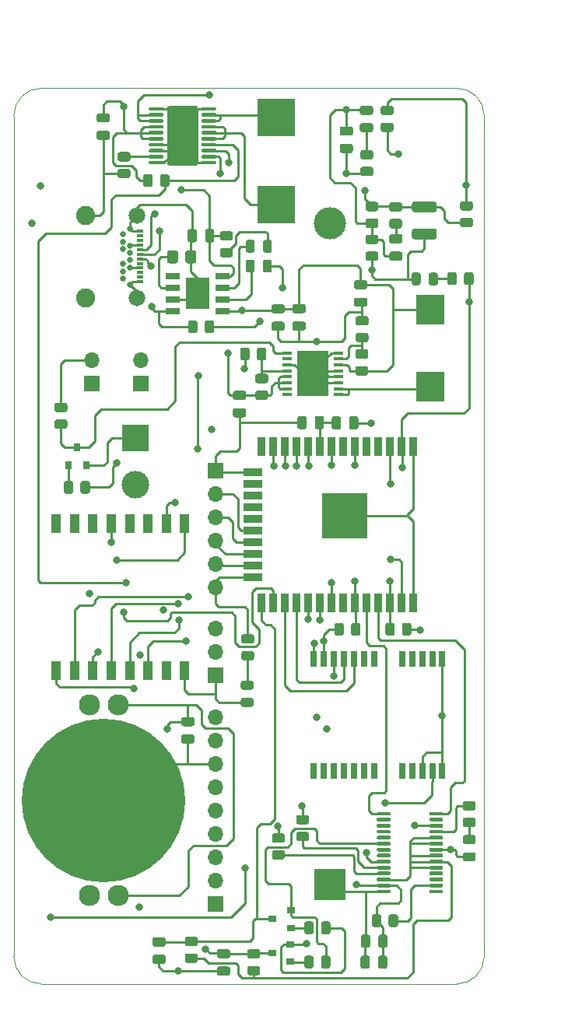
<source format=gbr>
%TF.GenerationSoftware,KiCad,Pcbnew,(5.1.10)-1*%
%TF.CreationDate,2021-09-02T16:56:43-04:00*%
%TF.ProjectId,buoy-c,62756f79-2d63-42e6-9b69-6361645f7063,1.0*%
%TF.SameCoordinates,Original*%
%TF.FileFunction,Copper,L1,Top*%
%TF.FilePolarity,Positive*%
%FSLAX46Y46*%
G04 Gerber Fmt 4.6, Leading zero omitted, Abs format (unit mm)*
G04 Created by KiCad (PCBNEW (5.1.10)-1) date 2021-09-02 16:56:43*
%MOMM*%
%LPD*%
G01*
G04 APERTURE LIST*
%TA.AperFunction,Profile*%
%ADD10C,0.050000*%
%TD*%
%TA.AperFunction,ComponentPad*%
%ADD11C,3.500000*%
%TD*%
%TA.AperFunction,ComponentPad*%
%ADD12R,3.500000X3.500000*%
%TD*%
%TA.AperFunction,ComponentPad*%
%ADD13C,2.300000*%
%TD*%
%TA.AperFunction,SMDPad,CuDef*%
%ADD14C,17.800000*%
%TD*%
%TA.AperFunction,ComponentPad*%
%ADD15O,1.700000X1.700000*%
%TD*%
%TA.AperFunction,ComponentPad*%
%ADD16R,1.700000X1.700000*%
%TD*%
%TA.AperFunction,SMDPad,CuDef*%
%ADD17R,0.800000X1.800000*%
%TD*%
%TA.AperFunction,SMDPad,CuDef*%
%ADD18R,4.100000X4.100000*%
%TD*%
%TA.AperFunction,SMDPad,CuDef*%
%ADD19R,3.050000X3.300000*%
%TD*%
%TA.AperFunction,SMDPad,CuDef*%
%ADD20R,0.700000X0.350000*%
%TD*%
%TA.AperFunction,ComponentPad*%
%ADD21C,0.650000*%
%TD*%
%TA.AperFunction,ComponentPad*%
%ADD22C,1.815000*%
%TD*%
%TA.AperFunction,ComponentPad*%
%ADD23C,2.085000*%
%TD*%
%TA.AperFunction,SMDPad,CuDef*%
%ADD24R,0.900000X2.000000*%
%TD*%
%TA.AperFunction,SMDPad,CuDef*%
%ADD25R,2.000000X0.900000*%
%TD*%
%TA.AperFunction,SMDPad,CuDef*%
%ADD26R,5.000000X5.000000*%
%TD*%
%TA.AperFunction,ComponentPad*%
%ADD27R,3.000000X3.000000*%
%TD*%
%TA.AperFunction,ComponentPad*%
%ADD28C,3.000000*%
%TD*%
%TA.AperFunction,SMDPad,CuDef*%
%ADD29R,0.800000X0.900000*%
%TD*%
%TA.AperFunction,SMDPad,CuDef*%
%ADD30R,0.900000X0.800000*%
%TD*%
%TA.AperFunction,ComponentPad*%
%ADD31C,0.600000*%
%TD*%
%TA.AperFunction,SMDPad,CuDef*%
%ADD32R,2.513000X3.402000*%
%TD*%
%TA.AperFunction,SMDPad,CuDef*%
%ADD33R,1.525000X0.700000*%
%TD*%
%TA.AperFunction,SMDPad,CuDef*%
%ADD34R,1.050000X0.450000*%
%TD*%
%TA.AperFunction,SMDPad,CuDef*%
%ADD35R,3.400000X5.000000*%
%TD*%
%TA.AperFunction,SMDPad,CuDef*%
%ADD36R,1.000000X2.000000*%
%TD*%
%TA.AperFunction,ViaPad*%
%ADD37C,0.800000*%
%TD*%
%TA.AperFunction,Conductor*%
%ADD38C,0.250000*%
%TD*%
G04 APERTURE END LIST*
D10*
X151750000Y-194500000D02*
G75*
G02*
X148750000Y-197500000I-3000000J0D01*
G01*
X148750000Y-100000000D02*
G75*
G02*
X151750000Y-103000000I0J-3000000D01*
G01*
X103550000Y-197500000D02*
G75*
G02*
X100550000Y-194500000I0J3000000D01*
G01*
X100550000Y-103000000D02*
G75*
G02*
X103550000Y-100000000I3000000J0D01*
G01*
X103550000Y-197500000D02*
X148750000Y-197500000D01*
X103550000Y-100000000D02*
X148750000Y-100000000D01*
X151750000Y-103000000D02*
X151750000Y-194500000D01*
X100550000Y-103000000D02*
X100550000Y-194500000D01*
D11*
%TO.P,J5,2*%
%TO.N,+BATT*%
X134975600Y-114700000D03*
D12*
%TO.P,J5,1*%
%TO.N,GND*%
X134975600Y-186700000D03*
%TD*%
%TO.P,C14,1*%
%TO.N,+BATT*%
%TA.AperFunction,SMDPad,CuDef*%
G36*
G01*
X128828780Y-123510380D02*
X129778780Y-123510380D01*
G75*
G02*
X130028780Y-123760380I0J-250000D01*
G01*
X130028780Y-124260380D01*
G75*
G02*
X129778780Y-124510380I-250000J0D01*
G01*
X128828780Y-124510380D01*
G75*
G02*
X128578780Y-124260380I0J250000D01*
G01*
X128578780Y-123760380D01*
G75*
G02*
X128828780Y-123510380I250000J0D01*
G01*
G37*
%TD.AperFunction*%
%TO.P,C14,2*%
%TO.N,GND*%
%TA.AperFunction,SMDPad,CuDef*%
G36*
G01*
X128828780Y-125410380D02*
X129778780Y-125410380D01*
G75*
G02*
X130028780Y-125660380I0J-250000D01*
G01*
X130028780Y-126160380D01*
G75*
G02*
X129778780Y-126410380I-250000J0D01*
G01*
X128828780Y-126410380D01*
G75*
G02*
X128578780Y-126160380I0J250000D01*
G01*
X128578780Y-125660380D01*
G75*
G02*
X128828780Y-125410380I250000J0D01*
G01*
G37*
%TD.AperFunction*%
%TD*%
D13*
%TO.P,J2,2*%
%TO.N,BAT-CR2032*%
X108822360Y-187892660D03*
X111922360Y-187892660D03*
X111922360Y-167092660D03*
X108822360Y-167092660D03*
D14*
%TO.P,J2,1*%
%TO.N,GND*%
X110322360Y-177492660D03*
%TD*%
%TO.P,R33,2*%
%TO.N,VDD*%
%TA.AperFunction,SMDPad,CuDef*%
G36*
G01*
X141625741Y-102939900D02*
X140725739Y-102939900D01*
G75*
G02*
X140475740Y-102689901I0J249999D01*
G01*
X140475740Y-102164899D01*
G75*
G02*
X140725739Y-101914900I249999J0D01*
G01*
X141625741Y-101914900D01*
G75*
G02*
X141875740Y-102164899I0J-249999D01*
G01*
X141875740Y-102689901D01*
G75*
G02*
X141625741Y-102939900I-249999J0D01*
G01*
G37*
%TD.AperFunction*%
%TO.P,R33,1*%
%TO.N,+BATT*%
%TA.AperFunction,SMDPad,CuDef*%
G36*
G01*
X141625741Y-104764900D02*
X140725739Y-104764900D01*
G75*
G02*
X140475740Y-104514901I0J249999D01*
G01*
X140475740Y-103989899D01*
G75*
G02*
X140725739Y-103739900I249999J0D01*
G01*
X141625741Y-103739900D01*
G75*
G02*
X141875740Y-103989899I0J-249999D01*
G01*
X141875740Y-104514901D01*
G75*
G02*
X141625741Y-104764900I-249999J0D01*
G01*
G37*
%TD.AperFunction*%
%TD*%
%TO.P,R32,2*%
%TO.N,+3V3*%
%TA.AperFunction,SMDPad,CuDef*%
G36*
G01*
X149356659Y-114115800D02*
X150256661Y-114115800D01*
G75*
G02*
X150506660Y-114365799I0J-249999D01*
G01*
X150506660Y-114890801D01*
G75*
G02*
X150256661Y-115140800I-249999J0D01*
G01*
X149356659Y-115140800D01*
G75*
G02*
X149106660Y-114890801I0J249999D01*
G01*
X149106660Y-114365799D01*
G75*
G02*
X149356659Y-114115800I249999J0D01*
G01*
G37*
%TD.AperFunction*%
%TO.P,R32,1*%
%TO.N,VDD*%
%TA.AperFunction,SMDPad,CuDef*%
G36*
G01*
X149356659Y-112290800D02*
X150256661Y-112290800D01*
G75*
G02*
X150506660Y-112540799I0J-249999D01*
G01*
X150506660Y-113065801D01*
G75*
G02*
X150256661Y-113315800I-249999J0D01*
G01*
X149356659Y-113315800D01*
G75*
G02*
X149106660Y-113065801I0J249999D01*
G01*
X149106660Y-112540799D01*
G75*
G02*
X149356659Y-112290800I249999J0D01*
G01*
G37*
%TD.AperFunction*%
%TD*%
D15*
%TO.P,J3,2*%
%TO.N,/5V_USB*%
X114345720Y-129646680D03*
D16*
%TO.P,J3,1*%
%TO.N,GND*%
X114345720Y-132186680D03*
%TD*%
D15*
%TO.P,J10,6*%
%TO.N,ESP_IO2*%
X122521980Y-154302460D03*
%TO.P,J10,5*%
%TO.N,ESP_IO15*%
X122521980Y-151762460D03*
%TO.P,J10,4*%
%TO.N,ESP_IO8*%
X122521980Y-149222460D03*
%TO.P,J10,3*%
%TO.N,ESP_IO7*%
X122521980Y-146682460D03*
%TO.P,J10,2*%
%TO.N,ESP_IO6*%
X122521980Y-144142460D03*
D16*
%TO.P,J10,1*%
%TO.N,GND*%
X122521980Y-141602460D03*
%TD*%
%TO.P,R34,2*%
%TO.N,Net-(D8-Pad2)*%
%TA.AperFunction,SMDPad,CuDef*%
G36*
G01*
X125560119Y-161250020D02*
X126460121Y-161250020D01*
G75*
G02*
X126710120Y-161500019I0J-249999D01*
G01*
X126710120Y-162025021D01*
G75*
G02*
X126460121Y-162275020I-249999J0D01*
G01*
X125560119Y-162275020D01*
G75*
G02*
X125310120Y-162025021I0J249999D01*
G01*
X125310120Y-161500019D01*
G75*
G02*
X125560119Y-161250020I249999J0D01*
G01*
G37*
%TD.AperFunction*%
%TO.P,R34,1*%
%TO.N,ESP_IO2*%
%TA.AperFunction,SMDPad,CuDef*%
G36*
G01*
X125560119Y-159425020D02*
X126460121Y-159425020D01*
G75*
G02*
X126710120Y-159675019I0J-249999D01*
G01*
X126710120Y-160200021D01*
G75*
G02*
X126460121Y-160450020I-249999J0D01*
G01*
X125560119Y-160450020D01*
G75*
G02*
X125310120Y-160200021I0J249999D01*
G01*
X125310120Y-159675019D01*
G75*
G02*
X125560119Y-159425020I249999J0D01*
G01*
G37*
%TD.AperFunction*%
%TD*%
%TO.P,D8,2*%
%TO.N,Net-(D8-Pad2)*%
%TA.AperFunction,SMDPad,CuDef*%
G36*
G01*
X126404690Y-165462800D02*
X125492190Y-165462800D01*
G75*
G02*
X125248440Y-165219050I0J243750D01*
G01*
X125248440Y-164731550D01*
G75*
G02*
X125492190Y-164487800I243750J0D01*
G01*
X126404690Y-164487800D01*
G75*
G02*
X126648440Y-164731550I0J-243750D01*
G01*
X126648440Y-165219050D01*
G75*
G02*
X126404690Y-165462800I-243750J0D01*
G01*
G37*
%TD.AperFunction*%
%TO.P,D8,1*%
%TO.N,GND*%
%TA.AperFunction,SMDPad,CuDef*%
G36*
G01*
X126404690Y-167337800D02*
X125492190Y-167337800D01*
G75*
G02*
X125248440Y-167094050I0J243750D01*
G01*
X125248440Y-166606550D01*
G75*
G02*
X125492190Y-166362800I243750J0D01*
G01*
X126404690Y-166362800D01*
G75*
G02*
X126648440Y-166606550I0J-243750D01*
G01*
X126648440Y-167094050D01*
G75*
G02*
X126404690Y-167337800I-243750J0D01*
G01*
G37*
%TD.AperFunction*%
%TD*%
D15*
%TO.P,J7,2*%
%TO.N,+BATT*%
X109062520Y-129646680D03*
D16*
%TO.P,J7,1*%
%TO.N,GND*%
X109062520Y-132186680D03*
%TD*%
D15*
%TO.P,J14,9*%
%TO.N,VDD*%
X122521980Y-168455340D03*
%TO.P,J14,8*%
%TO.N,Net-(J14-Pad8)*%
X122521980Y-170995340D03*
%TO.P,J14,7*%
%TO.N,GND*%
X122521980Y-173535340D03*
%TO.P,J14,6*%
%TO.N,SCL*%
X122521980Y-176075340D03*
%TO.P,J14,5*%
%TO.N,SDA*%
X122521980Y-178615340D03*
%TO.P,J14,4*%
%TO.N,Net-(J14-Pad4)*%
X122521980Y-181155340D03*
%TO.P,J14,3*%
%TO.N,Net-(J14-Pad3)*%
X122521980Y-183695340D03*
%TO.P,J14,2*%
%TO.N,Net-(J14-Pad2)*%
X122521980Y-186235340D03*
D16*
%TO.P,J14,1*%
%TO.N,Net-(J14-Pad1)*%
X122521980Y-188775340D03*
%TD*%
D17*
%TO.P,U1,1*%
%TO.N,Net-(U1-Pad1)*%
X133185140Y-174314040D03*
%TO.P,U1,2*%
%TO.N,Net-(U1-Pad2)*%
X134285140Y-174314040D03*
%TO.P,U1,3*%
%TO.N,Net-(U1-Pad3)*%
X135385140Y-174314040D03*
%TO.P,U1,4*%
%TO.N,Net-(U1-Pad4)*%
X136485140Y-174314040D03*
%TO.P,U1,5*%
%TO.N,Net-(U1-Pad5)*%
X137585140Y-174314040D03*
%TO.P,U1,6*%
%TO.N,Net-(U1-Pad6)*%
X138685140Y-174314040D03*
%TO.P,U1,7*%
%TO.N,Net-(U1-Pad7)*%
X139785140Y-174314040D03*
%TO.P,U1,8*%
%TO.N,Net-(U1-Pad8)*%
X142785140Y-174314040D03*
%TO.P,U1,9*%
%TO.N,Net-(U1-Pad9)*%
X143885140Y-174314040D03*
%TO.P,U1,10*%
%TO.N,GND*%
X144985140Y-174314040D03*
%TO.P,U1,11*%
%TO.N,Net-(J4-Pad3)*%
X146085140Y-174314040D03*
%TO.P,U1,12*%
%TO.N,GND*%
X147185140Y-174314040D03*
%TO.P,U1,13*%
X147185140Y-162114040D03*
%TO.P,U1,14*%
%TO.N,Net-(U1-Pad14)*%
X146085140Y-162114040D03*
%TO.P,U1,15*%
%TO.N,Net-(U1-Pad15)*%
X144985140Y-162114040D03*
%TO.P,U1,16*%
%TO.N,Net-(U1-Pad16)*%
X143885140Y-162114040D03*
%TO.P,U1,17*%
%TO.N,Net-(U1-Pad17)*%
X142785140Y-162114040D03*
%TO.P,U1,18*%
%TO.N,Net-(U1-Pad18)*%
X139785140Y-162114040D03*
%TO.P,U1,19*%
%TO.N,Net-(U1-Pad19)*%
X138685140Y-162114040D03*
%TO.P,U1,20*%
%TO.N,GPS_TX*%
X137585140Y-162114040D03*
%TO.P,U1,21*%
%TO.N,GPS_RX*%
X136485140Y-162114040D03*
%TO.P,U1,22*%
%TO.N,BAT-CR2032*%
X135385140Y-162114040D03*
%TO.P,U1,23*%
%TO.N,VDD*%
X134285140Y-162114040D03*
%TO.P,U1,24*%
%TO.N,GND*%
X133185140Y-162114040D03*
%TD*%
D18*
%TO.P,L1,1*%
%TO.N,Net-(L1-Pad1)*%
X129113280Y-112669520D03*
%TO.P,L1,2*%
%TO.N,Net-(L1-Pad2)*%
X129113280Y-103169520D03*
%TD*%
D19*
%TO.P,L2,1*%
%TO.N,+BATT*%
X145897600Y-124082700D03*
%TO.P,L2,2*%
%TO.N,Net-(L2-Pad2)*%
X145897600Y-132482700D03*
%TD*%
D20*
%TO.P,J1,A1*%
%TO.N,GND*%
X114314020Y-115570820D03*
%TO.P,J1,A2*%
%TO.N,Net-(J1-PadA2)*%
X114314020Y-116070820D03*
%TO.P,J1,A3*%
%TO.N,Net-(J1-PadA3)*%
X114314020Y-116570820D03*
%TO.P,J1,A4*%
%TO.N,/5V_USB*%
X114314020Y-117070820D03*
%TO.P,J1,A5*%
%TO.N,Net-(J1-PadA5)*%
X114314020Y-117570820D03*
%TO.P,J1,A6*%
%TO.N,/FB2*%
X114314020Y-118070820D03*
%TO.P,J1,A7*%
%TO.N,/FB1*%
X114314020Y-118570820D03*
%TO.P,J1,A8*%
%TO.N,Net-(J1-PadA8)*%
X114314020Y-119070820D03*
%TO.P,J1,A9*%
%TO.N,/5V_USB*%
X114314020Y-119570820D03*
%TO.P,J1,A10*%
%TO.N,Net-(J1-PadA10)*%
X114314020Y-120070820D03*
%TO.P,J1,A11*%
%TO.N,Net-(J1-PadA11)*%
X114314020Y-120570820D03*
%TO.P,J1,A12*%
%TO.N,GND*%
X114314020Y-121070820D03*
D21*
%TO.P,J1,B1*%
X113164020Y-121370820D03*
%TO.P,J1,B2*%
%TO.N,Net-(J1-PadB2)*%
X112464020Y-120720820D03*
%TO.P,J1,B3*%
%TO.N,Net-(J1-PadB3)*%
X112464020Y-119920820D03*
%TO.P,J1,B4*%
%TO.N,/5V_USB*%
X113164020Y-119520820D03*
%TO.P,J1,B5*%
%TO.N,Net-(J1-PadB5)*%
X112464020Y-119120820D03*
%TO.P,J1,B6*%
%TO.N,/FB2*%
X113164020Y-118720820D03*
%TO.P,J1,B7*%
%TO.N,/FB1*%
X113164020Y-117920820D03*
%TO.P,J1,B8*%
%TO.N,Net-(J1-PadB8)*%
X112464020Y-117520820D03*
%TO.P,J1,B9*%
%TO.N,/5V_USB*%
X113164020Y-117120820D03*
%TO.P,J1,B10*%
%TO.N,Net-(J1-PadB10)*%
X112464020Y-116720820D03*
%TO.P,J1,B11*%
%TO.N,Net-(J1-PadB11)*%
X112464020Y-115920820D03*
%TO.P,J1,B12*%
%TO.N,GND*%
X113164020Y-115270820D03*
D22*
%TO.P,J1,S1*%
X113964020Y-113820820D03*
D23*
%TO.P,J1,S2*%
X108364020Y-113820820D03*
%TO.P,J1,S3*%
X108364020Y-122820820D03*
D22*
%TO.P,J1,S4*%
X113964020Y-122820820D03*
%TD*%
D24*
%TO.P,U4,1*%
%TO.N,GND*%
X144041600Y-139030300D03*
%TO.P,U4,2*%
%TO.N,VDD*%
X142771600Y-139030300D03*
%TO.P,U4,3*%
%TO.N,ESP_EN*%
X141501600Y-139030300D03*
%TO.P,U4,4*%
%TO.N,Net-(U4-Pad4)*%
X140231600Y-139030300D03*
%TO.P,U4,5*%
%TO.N,Net-(U4-Pad5)*%
X138961600Y-139030300D03*
%TO.P,U4,6*%
%TO.N,BUTTON_INT*%
X137691600Y-139030300D03*
%TO.P,U4,7*%
%TO.N,Net-(U4-Pad7)*%
X136421600Y-139030300D03*
%TO.P,U4,8*%
%TO.N,EN_5V*%
X135151600Y-139030300D03*
%TO.P,U4,9*%
%TO.N,BATT_LEVEL*%
X133881600Y-139030300D03*
%TO.P,U4,10*%
%TO.N,RST_RTC*%
X132611600Y-139030300D03*
%TO.P,U4,11*%
%TO.N,INT_RTC*%
X131341600Y-139030300D03*
%TO.P,U4,12*%
%TO.N,PWM_SERVO*%
X130071600Y-139030300D03*
%TO.P,U4,13*%
%TO.N,LORA_RST*%
X128801600Y-139030300D03*
%TO.P,U4,14*%
%TO.N,Net-(U4-Pad14)*%
X127531600Y-139030300D03*
D25*
%TO.P,U4,15*%
%TO.N,GND*%
X126531600Y-141815300D03*
%TO.P,U4,16*%
%TO.N,Net-(U4-Pad16)*%
X126531600Y-143085300D03*
%TO.P,U4,17*%
%TO.N,Net-(U4-Pad17)*%
X126531600Y-144355300D03*
%TO.P,U4,18*%
%TO.N,Net-(U4-Pad18)*%
X126531600Y-145625300D03*
%TO.P,U4,19*%
%TO.N,Net-(U4-Pad19)*%
X126531600Y-146895300D03*
%TO.P,U4,20*%
%TO.N,ESP_IO6*%
X126531600Y-148165300D03*
%TO.P,U4,21*%
%TO.N,ESP_IO7*%
X126531600Y-149435300D03*
%TO.P,U4,22*%
%TO.N,ESP_IO8*%
X126531600Y-150705300D03*
%TO.P,U4,23*%
%TO.N,ESP_IO15*%
X126531600Y-151975300D03*
%TO.P,U4,24*%
%TO.N,ESP_IO2*%
X126531600Y-153245300D03*
D24*
%TO.P,U4,25*%
%TO.N,ESP_IO0*%
X127531600Y-156030300D03*
%TO.P,U4,26*%
%TO.N,BUTTON_KILL*%
X128801600Y-156030300D03*
%TO.P,U4,27*%
%TO.N,GPS_TX*%
X130071600Y-156030300D03*
%TO.P,U4,28*%
%TO.N,GPS_RX*%
X131341600Y-156030300D03*
%TO.P,U4,29*%
%TO.N,LORA_NSS*%
X132611600Y-156030300D03*
%TO.P,U4,30*%
%TO.N,LORA_SCK*%
X133881600Y-156030300D03*
%TO.P,U4,31*%
%TO.N,LORA_MISO*%
X135151600Y-156030300D03*
%TO.P,U4,32*%
%TO.N,Net-(U4-Pad32)*%
X136421600Y-156030300D03*
%TO.P,U4,33*%
%TO.N,SDA*%
X137691600Y-156030300D03*
%TO.P,U4,34*%
%TO.N,ESP_RX*%
X138961600Y-156030300D03*
%TO.P,U4,35*%
%TO.N,ESP_TX*%
X140231600Y-156030300D03*
%TO.P,U4,36*%
%TO.N,SCL*%
X141501600Y-156030300D03*
%TO.P,U4,37*%
%TO.N,LORA_MOSI*%
X142771600Y-156030300D03*
%TO.P,U4,38*%
%TO.N,GND*%
X144041600Y-156030300D03*
D26*
%TO.P,U4,39*%
X136541600Y-146530300D03*
%TD*%
%TO.P,C1,1*%
%TO.N,+BATT*%
%TA.AperFunction,SMDPad,CuDef*%
G36*
G01*
X109811800Y-102735720D02*
X110761800Y-102735720D01*
G75*
G02*
X111011800Y-102985720I0J-250000D01*
G01*
X111011800Y-103485720D01*
G75*
G02*
X110761800Y-103735720I-250000J0D01*
G01*
X109811800Y-103735720D01*
G75*
G02*
X109561800Y-103485720I0J250000D01*
G01*
X109561800Y-102985720D01*
G75*
G02*
X109811800Y-102735720I250000J0D01*
G01*
G37*
%TD.AperFunction*%
%TO.P,C1,2*%
%TO.N,GND*%
%TA.AperFunction,SMDPad,CuDef*%
G36*
G01*
X109811800Y-104635720D02*
X110761800Y-104635720D01*
G75*
G02*
X111011800Y-104885720I0J-250000D01*
G01*
X111011800Y-105385720D01*
G75*
G02*
X110761800Y-105635720I-250000J0D01*
G01*
X109811800Y-105635720D01*
G75*
G02*
X109561800Y-105385720I0J250000D01*
G01*
X109561800Y-104885720D01*
G75*
G02*
X109811800Y-104635720I250000J0D01*
G01*
G37*
%TD.AperFunction*%
%TD*%
%TO.P,C2,1*%
%TO.N,BAT-CR2032*%
%TA.AperFunction,SMDPad,CuDef*%
G36*
G01*
X119014220Y-168440440D02*
X119964220Y-168440440D01*
G75*
G02*
X120214220Y-168690440I0J-250000D01*
G01*
X120214220Y-169190440D01*
G75*
G02*
X119964220Y-169440440I-250000J0D01*
G01*
X119014220Y-169440440D01*
G75*
G02*
X118764220Y-169190440I0J250000D01*
G01*
X118764220Y-168690440D01*
G75*
G02*
X119014220Y-168440440I250000J0D01*
G01*
G37*
%TD.AperFunction*%
%TO.P,C2,2*%
%TO.N,GND*%
%TA.AperFunction,SMDPad,CuDef*%
G36*
G01*
X119014220Y-170340440D02*
X119964220Y-170340440D01*
G75*
G02*
X120214220Y-170590440I0J-250000D01*
G01*
X120214220Y-171090440D01*
G75*
G02*
X119964220Y-171340440I-250000J0D01*
G01*
X119014220Y-171340440D01*
G75*
G02*
X118764220Y-171090440I0J250000D01*
G01*
X118764220Y-170590440D01*
G75*
G02*
X119014220Y-170340440I250000J0D01*
G01*
G37*
%TD.AperFunction*%
%TD*%
%TO.P,C3,1*%
%TO.N,/5V_USB*%
%TA.AperFunction,SMDPad,CuDef*%
G36*
G01*
X122366700Y-115582680D02*
X122366700Y-116532680D01*
G75*
G02*
X122116700Y-116782680I-250000J0D01*
G01*
X121616700Y-116782680D01*
G75*
G02*
X121366700Y-116532680I0J250000D01*
G01*
X121366700Y-115582680D01*
G75*
G02*
X121616700Y-115332680I250000J0D01*
G01*
X122116700Y-115332680D01*
G75*
G02*
X122366700Y-115582680I0J-250000D01*
G01*
G37*
%TD.AperFunction*%
%TO.P,C3,2*%
%TO.N,GND*%
%TA.AperFunction,SMDPad,CuDef*%
G36*
G01*
X120466700Y-115582680D02*
X120466700Y-116532680D01*
G75*
G02*
X120216700Y-116782680I-250000J0D01*
G01*
X119716700Y-116782680D01*
G75*
G02*
X119466700Y-116532680I0J250000D01*
G01*
X119466700Y-115582680D01*
G75*
G02*
X119716700Y-115332680I250000J0D01*
G01*
X120216700Y-115332680D01*
G75*
G02*
X120466700Y-115582680I0J-250000D01*
G01*
G37*
%TD.AperFunction*%
%TD*%
%TO.P,C4,1*%
%TO.N,Net-(C4-Pad1)*%
%TA.AperFunction,SMDPad,CuDef*%
G36*
G01*
X136260820Y-104170820D02*
X137210820Y-104170820D01*
G75*
G02*
X137460820Y-104420820I0J-250000D01*
G01*
X137460820Y-104920820D01*
G75*
G02*
X137210820Y-105170820I-250000J0D01*
G01*
X136260820Y-105170820D01*
G75*
G02*
X136010820Y-104920820I0J250000D01*
G01*
X136010820Y-104420820D01*
G75*
G02*
X136260820Y-104170820I250000J0D01*
G01*
G37*
%TD.AperFunction*%
%TO.P,C4,2*%
%TO.N,Net-(C4-Pad2)*%
%TA.AperFunction,SMDPad,CuDef*%
G36*
G01*
X136260820Y-106070820D02*
X137210820Y-106070820D01*
G75*
G02*
X137460820Y-106320820I0J-250000D01*
G01*
X137460820Y-106820820D01*
G75*
G02*
X137210820Y-107070820I-250000J0D01*
G01*
X136260820Y-107070820D01*
G75*
G02*
X136010820Y-106820820I0J250000D01*
G01*
X136010820Y-106320820D01*
G75*
G02*
X136260820Y-106070820I250000J0D01*
G01*
G37*
%TD.AperFunction*%
%TD*%
%TO.P,C5,2*%
%TO.N,Net-(C5-Pad2)*%
%TA.AperFunction,SMDPad,CuDef*%
G36*
G01*
X138455380Y-103802600D02*
X139405380Y-103802600D01*
G75*
G02*
X139655380Y-104052600I0J-250000D01*
G01*
X139655380Y-104552600D01*
G75*
G02*
X139405380Y-104802600I-250000J0D01*
G01*
X138455380Y-104802600D01*
G75*
G02*
X138205380Y-104552600I0J250000D01*
G01*
X138205380Y-104052600D01*
G75*
G02*
X138455380Y-103802600I250000J0D01*
G01*
G37*
%TD.AperFunction*%
%TO.P,C5,1*%
%TO.N,Net-(C4-Pad1)*%
%TA.AperFunction,SMDPad,CuDef*%
G36*
G01*
X138455380Y-101902600D02*
X139405380Y-101902600D01*
G75*
G02*
X139655380Y-102152600I0J-250000D01*
G01*
X139655380Y-102652600D01*
G75*
G02*
X139405380Y-102902600I-250000J0D01*
G01*
X138455380Y-102902600D01*
G75*
G02*
X138205380Y-102652600I0J250000D01*
G01*
X138205380Y-102152600D01*
G75*
G02*
X138455380Y-101902600I250000J0D01*
G01*
G37*
%TD.AperFunction*%
%TD*%
%TO.P,C6,2*%
%TO.N,Net-(C4-Pad1)*%
%TA.AperFunction,SMDPad,CuDef*%
G36*
G01*
X141655780Y-117790380D02*
X142605780Y-117790380D01*
G75*
G02*
X142855780Y-118040380I0J-250000D01*
G01*
X142855780Y-118540380D01*
G75*
G02*
X142605780Y-118790380I-250000J0D01*
G01*
X141655780Y-118790380D01*
G75*
G02*
X141405780Y-118540380I0J250000D01*
G01*
X141405780Y-118040380D01*
G75*
G02*
X141655780Y-117790380I250000J0D01*
G01*
G37*
%TD.AperFunction*%
%TO.P,C6,1*%
%TO.N,Net-(C6-Pad1)*%
%TA.AperFunction,SMDPad,CuDef*%
G36*
G01*
X141655780Y-115890380D02*
X142605780Y-115890380D01*
G75*
G02*
X142855780Y-116140380I0J-250000D01*
G01*
X142855780Y-116640380D01*
G75*
G02*
X142605780Y-116890380I-250000J0D01*
G01*
X141655780Y-116890380D01*
G75*
G02*
X141405780Y-116640380I0J250000D01*
G01*
X141405780Y-116140380D01*
G75*
G02*
X141655780Y-115890380I250000J0D01*
G01*
G37*
%TD.AperFunction*%
%TD*%
%TO.P,C7,1*%
%TO.N,+BATT*%
%TA.AperFunction,SMDPad,CuDef*%
G36*
G01*
X137817840Y-120894180D02*
X138767840Y-120894180D01*
G75*
G02*
X139017840Y-121144180I0J-250000D01*
G01*
X139017840Y-121644180D01*
G75*
G02*
X138767840Y-121894180I-250000J0D01*
G01*
X137817840Y-121894180D01*
G75*
G02*
X137567840Y-121644180I0J250000D01*
G01*
X137567840Y-121144180D01*
G75*
G02*
X137817840Y-120894180I250000J0D01*
G01*
G37*
%TD.AperFunction*%
%TO.P,C7,2*%
%TO.N,GND*%
%TA.AperFunction,SMDPad,CuDef*%
G36*
G01*
X137817840Y-122794180D02*
X138767840Y-122794180D01*
G75*
G02*
X139017840Y-123044180I0J-250000D01*
G01*
X139017840Y-123544180D01*
G75*
G02*
X138767840Y-123794180I-250000J0D01*
G01*
X137817840Y-123794180D01*
G75*
G02*
X137567840Y-123544180I0J250000D01*
G01*
X137567840Y-123044180D01*
G75*
G02*
X137817840Y-122794180I250000J0D01*
G01*
G37*
%TD.AperFunction*%
%TD*%
%TO.P,C8,1*%
%TO.N,+3V3*%
%TA.AperFunction,SMDPad,CuDef*%
G36*
G01*
X144132119Y-112341440D02*
X146332121Y-112341440D01*
G75*
G02*
X146582120Y-112591439I0J-249999D01*
G01*
X146582120Y-113241441D01*
G75*
G02*
X146332121Y-113491440I-249999J0D01*
G01*
X144132119Y-113491440D01*
G75*
G02*
X143882120Y-113241441I0J249999D01*
G01*
X143882120Y-112591439D01*
G75*
G02*
X144132119Y-112341440I249999J0D01*
G01*
G37*
%TD.AperFunction*%
%TO.P,C8,2*%
%TO.N,GND*%
%TA.AperFunction,SMDPad,CuDef*%
G36*
G01*
X144132119Y-115291440D02*
X146332121Y-115291440D01*
G75*
G02*
X146582120Y-115541439I0J-249999D01*
G01*
X146582120Y-116191441D01*
G75*
G02*
X146332121Y-116441440I-249999J0D01*
G01*
X144132119Y-116441440D01*
G75*
G02*
X143882120Y-116191441I0J249999D01*
G01*
X143882120Y-115541439D01*
G75*
G02*
X144132119Y-115291440I249999J0D01*
G01*
G37*
%TD.AperFunction*%
%TD*%
%TO.P,C9,2*%
%TO.N,GND*%
%TA.AperFunction,SMDPad,CuDef*%
G36*
G01*
X139288100Y-194642720D02*
X139288100Y-195592720D01*
G75*
G02*
X139038100Y-195842720I-250000J0D01*
G01*
X138538100Y-195842720D01*
G75*
G02*
X138288100Y-195592720I0J250000D01*
G01*
X138288100Y-194642720D01*
G75*
G02*
X138538100Y-194392720I250000J0D01*
G01*
X139038100Y-194392720D01*
G75*
G02*
X139288100Y-194642720I0J-250000D01*
G01*
G37*
%TD.AperFunction*%
%TO.P,C9,1*%
%TO.N,/5V_USB*%
%TA.AperFunction,SMDPad,CuDef*%
G36*
G01*
X141188100Y-194642720D02*
X141188100Y-195592720D01*
G75*
G02*
X140938100Y-195842720I-250000J0D01*
G01*
X140438100Y-195842720D01*
G75*
G02*
X140188100Y-195592720I0J250000D01*
G01*
X140188100Y-194642720D01*
G75*
G02*
X140438100Y-194392720I250000J0D01*
G01*
X140938100Y-194392720D01*
G75*
G02*
X141188100Y-194642720I0J-250000D01*
G01*
G37*
%TD.AperFunction*%
%TD*%
%TO.P,C11,1*%
%TO.N,/5V_USB*%
%TA.AperFunction,SMDPad,CuDef*%
G36*
G01*
X141221120Y-192361800D02*
X141221120Y-193311800D01*
G75*
G02*
X140971120Y-193561800I-250000J0D01*
G01*
X140471120Y-193561800D01*
G75*
G02*
X140221120Y-193311800I0J250000D01*
G01*
X140221120Y-192361800D01*
G75*
G02*
X140471120Y-192111800I250000J0D01*
G01*
X140971120Y-192111800D01*
G75*
G02*
X141221120Y-192361800I0J-250000D01*
G01*
G37*
%TD.AperFunction*%
%TO.P,C11,2*%
%TO.N,GND*%
%TA.AperFunction,SMDPad,CuDef*%
G36*
G01*
X139321120Y-192361800D02*
X139321120Y-193311800D01*
G75*
G02*
X139071120Y-193561800I-250000J0D01*
G01*
X138571120Y-193561800D01*
G75*
G02*
X138321120Y-193311800I0J250000D01*
G01*
X138321120Y-192361800D01*
G75*
G02*
X138571120Y-192111800I250000J0D01*
G01*
X139071120Y-192111800D01*
G75*
G02*
X139321120Y-192361800I0J-250000D01*
G01*
G37*
%TD.AperFunction*%
%TD*%
%TO.P,C13,2*%
%TO.N,GND*%
%TA.AperFunction,SMDPad,CuDef*%
G36*
G01*
X131114780Y-125392600D02*
X132064780Y-125392600D01*
G75*
G02*
X132314780Y-125642600I0J-250000D01*
G01*
X132314780Y-126142600D01*
G75*
G02*
X132064780Y-126392600I-250000J0D01*
G01*
X131114780Y-126392600D01*
G75*
G02*
X130864780Y-126142600I0J250000D01*
G01*
X130864780Y-125642600D01*
G75*
G02*
X131114780Y-125392600I250000J0D01*
G01*
G37*
%TD.AperFunction*%
%TO.P,C13,1*%
%TO.N,+BATT*%
%TA.AperFunction,SMDPad,CuDef*%
G36*
G01*
X131114780Y-123492600D02*
X132064780Y-123492600D01*
G75*
G02*
X132314780Y-123742600I0J-250000D01*
G01*
X132314780Y-124242600D01*
G75*
G02*
X132064780Y-124492600I-250000J0D01*
G01*
X131114780Y-124492600D01*
G75*
G02*
X130864780Y-124242600I0J250000D01*
G01*
X130864780Y-123742600D01*
G75*
G02*
X131114780Y-123492600I250000J0D01*
G01*
G37*
%TD.AperFunction*%
%TD*%
%TO.P,C16,1*%
%TO.N,ESP_IO0*%
%TA.AperFunction,SMDPad,CuDef*%
G36*
G01*
X115890020Y-192415500D02*
X116840020Y-192415500D01*
G75*
G02*
X117090020Y-192665500I0J-250000D01*
G01*
X117090020Y-193165500D01*
G75*
G02*
X116840020Y-193415500I-250000J0D01*
G01*
X115890020Y-193415500D01*
G75*
G02*
X115640020Y-193165500I0J250000D01*
G01*
X115640020Y-192665500D01*
G75*
G02*
X115890020Y-192415500I250000J0D01*
G01*
G37*
%TD.AperFunction*%
%TO.P,C16,2*%
%TO.N,GND*%
%TA.AperFunction,SMDPad,CuDef*%
G36*
G01*
X115890020Y-194315500D02*
X116840020Y-194315500D01*
G75*
G02*
X117090020Y-194565500I0J-250000D01*
G01*
X117090020Y-195065500D01*
G75*
G02*
X116840020Y-195315500I-250000J0D01*
G01*
X115890020Y-195315500D01*
G75*
G02*
X115640020Y-195065500I0J250000D01*
G01*
X115640020Y-194565500D01*
G75*
G02*
X115890020Y-194315500I250000J0D01*
G01*
G37*
%TD.AperFunction*%
%TD*%
%TO.P,C17,2*%
%TO.N,GND*%
%TA.AperFunction,SMDPad,CuDef*%
G36*
G01*
X124640320Y-134828700D02*
X125590320Y-134828700D01*
G75*
G02*
X125840320Y-135078700I0J-250000D01*
G01*
X125840320Y-135578700D01*
G75*
G02*
X125590320Y-135828700I-250000J0D01*
G01*
X124640320Y-135828700D01*
G75*
G02*
X124390320Y-135578700I0J250000D01*
G01*
X124390320Y-135078700D01*
G75*
G02*
X124640320Y-134828700I250000J0D01*
G01*
G37*
%TD.AperFunction*%
%TO.P,C17,1*%
%TO.N,+5V*%
%TA.AperFunction,SMDPad,CuDef*%
G36*
G01*
X124640320Y-132928700D02*
X125590320Y-132928700D01*
G75*
G02*
X125840320Y-133178700I0J-250000D01*
G01*
X125840320Y-133678700D01*
G75*
G02*
X125590320Y-133928700I-250000J0D01*
G01*
X124640320Y-133928700D01*
G75*
G02*
X124390320Y-133678700I0J250000D01*
G01*
X124390320Y-133178700D01*
G75*
G02*
X124640320Y-132928700I250000J0D01*
G01*
G37*
%TD.AperFunction*%
%TD*%
%TO.P,C18,2*%
%TO.N,GND*%
%TA.AperFunction,SMDPad,CuDef*%
G36*
G01*
X122913120Y-195588040D02*
X123863120Y-195588040D01*
G75*
G02*
X124113120Y-195838040I0J-250000D01*
G01*
X124113120Y-196338040D01*
G75*
G02*
X123863120Y-196588040I-250000J0D01*
G01*
X122913120Y-196588040D01*
G75*
G02*
X122663120Y-196338040I0J250000D01*
G01*
X122663120Y-195838040D01*
G75*
G02*
X122913120Y-195588040I250000J0D01*
G01*
G37*
%TD.AperFunction*%
%TO.P,C18,1*%
%TO.N,ESP_EN*%
%TA.AperFunction,SMDPad,CuDef*%
G36*
G01*
X122913120Y-193688040D02*
X123863120Y-193688040D01*
G75*
G02*
X124113120Y-193938040I0J-250000D01*
G01*
X124113120Y-194438040D01*
G75*
G02*
X123863120Y-194688040I-250000J0D01*
G01*
X122913120Y-194688040D01*
G75*
G02*
X122663120Y-194438040I0J250000D01*
G01*
X122663120Y-193938040D01*
G75*
G02*
X122913120Y-193688040I250000J0D01*
G01*
G37*
%TD.AperFunction*%
%TD*%
%TO.P,D1,1*%
%TO.N,Net-(D1-Pad1)*%
%TA.AperFunction,SMDPad,CuDef*%
G36*
G01*
X125788360Y-117672170D02*
X125788360Y-116759670D01*
G75*
G02*
X126032110Y-116515920I243750J0D01*
G01*
X126519610Y-116515920D01*
G75*
G02*
X126763360Y-116759670I0J-243750D01*
G01*
X126763360Y-117672170D01*
G75*
G02*
X126519610Y-117915920I-243750J0D01*
G01*
X126032110Y-117915920D01*
G75*
G02*
X125788360Y-117672170I0J243750D01*
G01*
G37*
%TD.AperFunction*%
%TO.P,D1,2*%
%TO.N,Net-(D1-Pad2)*%
%TA.AperFunction,SMDPad,CuDef*%
G36*
G01*
X127663360Y-117672170D02*
X127663360Y-116759670D01*
G75*
G02*
X127907110Y-116515920I243750J0D01*
G01*
X128394610Y-116515920D01*
G75*
G02*
X128638360Y-116759670I0J-243750D01*
G01*
X128638360Y-117672170D01*
G75*
G02*
X128394610Y-117915920I-243750J0D01*
G01*
X127907110Y-117915920D01*
G75*
G02*
X127663360Y-117672170I0J243750D01*
G01*
G37*
%TD.AperFunction*%
%TD*%
%TO.P,D2,2*%
%TO.N,Net-(D2-Pad2)*%
%TA.AperFunction,SMDPad,CuDef*%
G36*
G01*
X127665900Y-119823550D02*
X127665900Y-118911050D01*
G75*
G02*
X127909650Y-118667300I243750J0D01*
G01*
X128397150Y-118667300D01*
G75*
G02*
X128640900Y-118911050I0J-243750D01*
G01*
X128640900Y-119823550D01*
G75*
G02*
X128397150Y-120067300I-243750J0D01*
G01*
X127909650Y-120067300D01*
G75*
G02*
X127665900Y-119823550I0J243750D01*
G01*
G37*
%TD.AperFunction*%
%TO.P,D2,1*%
%TO.N,Net-(D2-Pad1)*%
%TA.AperFunction,SMDPad,CuDef*%
G36*
G01*
X125790900Y-119823550D02*
X125790900Y-118911050D01*
G75*
G02*
X126034650Y-118667300I243750J0D01*
G01*
X126522150Y-118667300D01*
G75*
G02*
X126765900Y-118911050I0J-243750D01*
G01*
X126765900Y-119823550D01*
G75*
G02*
X126522150Y-120067300I-243750J0D01*
G01*
X126034650Y-120067300D01*
G75*
G02*
X125790900Y-119823550I0J243750D01*
G01*
G37*
%TD.AperFunction*%
%TD*%
%TO.P,D4,1*%
%TO.N,GND*%
%TA.AperFunction,SMDPad,CuDef*%
G36*
G01*
X150575330Y-184139900D02*
X149662830Y-184139900D01*
G75*
G02*
X149419080Y-183896150I0J243750D01*
G01*
X149419080Y-183408650D01*
G75*
G02*
X149662830Y-183164900I243750J0D01*
G01*
X150575330Y-183164900D01*
G75*
G02*
X150819080Y-183408650I0J-243750D01*
G01*
X150819080Y-183896150D01*
G75*
G02*
X150575330Y-184139900I-243750J0D01*
G01*
G37*
%TD.AperFunction*%
%TO.P,D4,2*%
%TO.N,Net-(D4-Pad2)*%
%TA.AperFunction,SMDPad,CuDef*%
G36*
G01*
X150575330Y-182264900D02*
X149662830Y-182264900D01*
G75*
G02*
X149419080Y-182021150I0J243750D01*
G01*
X149419080Y-181533650D01*
G75*
G02*
X149662830Y-181289900I243750J0D01*
G01*
X150575330Y-181289900D01*
G75*
G02*
X150819080Y-181533650I0J-243750D01*
G01*
X150819080Y-182021150D01*
G75*
G02*
X150575330Y-182264900I-243750J0D01*
G01*
G37*
%TD.AperFunction*%
%TD*%
%TO.P,D5,1*%
%TO.N,GND*%
%TA.AperFunction,SMDPad,CuDef*%
G36*
G01*
X143847760Y-121218010D02*
X143847760Y-120305510D01*
G75*
G02*
X144091510Y-120061760I243750J0D01*
G01*
X144579010Y-120061760D01*
G75*
G02*
X144822760Y-120305510I0J-243750D01*
G01*
X144822760Y-121218010D01*
G75*
G02*
X144579010Y-121461760I-243750J0D01*
G01*
X144091510Y-121461760D01*
G75*
G02*
X143847760Y-121218010I0J243750D01*
G01*
G37*
%TD.AperFunction*%
%TO.P,D5,2*%
%TO.N,Net-(D5-Pad2)*%
%TA.AperFunction,SMDPad,CuDef*%
G36*
G01*
X145722760Y-121218010D02*
X145722760Y-120305510D01*
G75*
G02*
X145966510Y-120061760I243750J0D01*
G01*
X146454010Y-120061760D01*
G75*
G02*
X146697760Y-120305510I0J-243750D01*
G01*
X146697760Y-121218010D01*
G75*
G02*
X146454010Y-121461760I-243750J0D01*
G01*
X145966510Y-121461760D01*
G75*
G02*
X145722760Y-121218010I0J243750D01*
G01*
G37*
%TD.AperFunction*%
%TD*%
D15*
%TO.P,J8,3*%
%TO.N,PWM_SERVO*%
X122521980Y-158826200D03*
%TO.P,J8,2*%
%TO.N,+5V*%
X122521980Y-161366200D03*
D16*
%TO.P,J8,1*%
%TO.N,GND*%
X122521980Y-163906200D03*
%TD*%
D27*
%TO.P,J11,1*%
%TO.N,GND*%
X113797080Y-138046460D03*
D28*
%TO.P,J11,2*%
%TO.N,Net-(J11-Pad2)*%
X113797080Y-143126460D03*
%TD*%
D29*
%TO.P,Q1,1*%
%TO.N,Net-(Q1-Pad1)*%
X106509780Y-141063220D03*
%TO.P,Q1,2*%
%TO.N,GND*%
X108409780Y-141063220D03*
%TO.P,Q1,3*%
%TO.N,Net-(Q1-Pad3)*%
X107459780Y-139063220D03*
%TD*%
D30*
%TO.P,Q2,1*%
%TO.N,Net-(Q2-Pad1)*%
X130677160Y-191383960D03*
%TO.P,Q2,2*%
%TO.N,/DTR*%
X130677160Y-189483960D03*
%TO.P,Q2,3*%
%TO.N,ESP_IO0*%
X128677160Y-190433960D03*
%TD*%
%TO.P,Q3,3*%
%TO.N,ESP_EN*%
X128674620Y-194124580D03*
%TO.P,Q3,2*%
%TO.N,/RTS*%
X130674620Y-193174580D03*
%TO.P,Q3,1*%
%TO.N,Net-(Q3-Pad1)*%
X130674620Y-195074580D03*
%TD*%
%TO.P,R1,2*%
%TO.N,EN_3V3*%
%TA.AperFunction,SMDPad,CuDef*%
G36*
G01*
X116452600Y-110498041D02*
X116452600Y-109598039D01*
G75*
G02*
X116702599Y-109348040I249999J0D01*
G01*
X117227601Y-109348040D01*
G75*
G02*
X117477600Y-109598039I0J-249999D01*
G01*
X117477600Y-110498041D01*
G75*
G02*
X117227601Y-110748040I-249999J0D01*
G01*
X116702599Y-110748040D01*
G75*
G02*
X116452600Y-110498041I0J249999D01*
G01*
G37*
%TD.AperFunction*%
%TO.P,R1,1*%
%TO.N,+BATT*%
%TA.AperFunction,SMDPad,CuDef*%
G36*
G01*
X114627600Y-110498041D02*
X114627600Y-109598039D01*
G75*
G02*
X114877599Y-109348040I249999J0D01*
G01*
X115402601Y-109348040D01*
G75*
G02*
X115652600Y-109598039I0J-249999D01*
G01*
X115652600Y-110498041D01*
G75*
G02*
X115402601Y-110748040I-249999J0D01*
G01*
X114877599Y-110748040D01*
G75*
G02*
X114627600Y-110498041I0J249999D01*
G01*
G37*
%TD.AperFunction*%
%TD*%
%TO.P,R2,2*%
%TO.N,GND*%
%TA.AperFunction,SMDPad,CuDef*%
G36*
G01*
X112084699Y-108774180D02*
X112984701Y-108774180D01*
G75*
G02*
X113234700Y-109024179I0J-249999D01*
G01*
X113234700Y-109549181D01*
G75*
G02*
X112984701Y-109799180I-249999J0D01*
G01*
X112084699Y-109799180D01*
G75*
G02*
X111834700Y-109549181I0J249999D01*
G01*
X111834700Y-109024179D01*
G75*
G02*
X112084699Y-108774180I249999J0D01*
G01*
G37*
%TD.AperFunction*%
%TO.P,R2,1*%
%TO.N,Net-(R2-Pad1)*%
%TA.AperFunction,SMDPad,CuDef*%
G36*
G01*
X112084699Y-106949180D02*
X112984701Y-106949180D01*
G75*
G02*
X113234700Y-107199179I0J-249999D01*
G01*
X113234700Y-107724181D01*
G75*
G02*
X112984701Y-107974180I-249999J0D01*
G01*
X112084699Y-107974180D01*
G75*
G02*
X111834700Y-107724181I0J249999D01*
G01*
X111834700Y-107199179D01*
G75*
G02*
X112084699Y-106949180I249999J0D01*
G01*
G37*
%TD.AperFunction*%
%TD*%
%TO.P,R3,1*%
%TO.N,/5V_USB*%
%TA.AperFunction,SMDPad,CuDef*%
G36*
G01*
X119509480Y-126418761D02*
X119509480Y-125518759D01*
G75*
G02*
X119759479Y-125268760I249999J0D01*
G01*
X120284481Y-125268760D01*
G75*
G02*
X120534480Y-125518759I0J-249999D01*
G01*
X120534480Y-126418761D01*
G75*
G02*
X120284481Y-126668760I-249999J0D01*
G01*
X119759479Y-126668760D01*
G75*
G02*
X119509480Y-126418761I0J249999D01*
G01*
G37*
%TD.AperFunction*%
%TO.P,R3,2*%
%TO.N,Net-(D2-Pad2)*%
%TA.AperFunction,SMDPad,CuDef*%
G36*
G01*
X121334480Y-126418761D02*
X121334480Y-125518759D01*
G75*
G02*
X121584479Y-125268760I249999J0D01*
G01*
X122109481Y-125268760D01*
G75*
G02*
X122359480Y-125518759I0J-249999D01*
G01*
X122359480Y-126418761D01*
G75*
G02*
X122109481Y-126668760I-249999J0D01*
G01*
X121584479Y-126668760D01*
G75*
G02*
X121334480Y-126418761I0J249999D01*
G01*
G37*
%TD.AperFunction*%
%TD*%
%TO.P,R5,2*%
%TO.N,Net-(D1-Pad2)*%
%TA.AperFunction,SMDPad,CuDef*%
G36*
G01*
X123247999Y-117387320D02*
X124148001Y-117387320D01*
G75*
G02*
X124398000Y-117637319I0J-249999D01*
G01*
X124398000Y-118162321D01*
G75*
G02*
X124148001Y-118412320I-249999J0D01*
G01*
X123247999Y-118412320D01*
G75*
G02*
X122998000Y-118162321I0J249999D01*
G01*
X122998000Y-117637319D01*
G75*
G02*
X123247999Y-117387320I249999J0D01*
G01*
G37*
%TD.AperFunction*%
%TO.P,R5,1*%
%TO.N,/5V_USB*%
%TA.AperFunction,SMDPad,CuDef*%
G36*
G01*
X123247999Y-115562320D02*
X124148001Y-115562320D01*
G75*
G02*
X124398000Y-115812319I0J-249999D01*
G01*
X124398000Y-116337321D01*
G75*
G02*
X124148001Y-116587320I-249999J0D01*
G01*
X123247999Y-116587320D01*
G75*
G02*
X122998000Y-116337321I0J249999D01*
G01*
X122998000Y-115812319D01*
G75*
G02*
X123247999Y-115562320I249999J0D01*
G01*
G37*
%TD.AperFunction*%
%TD*%
%TO.P,R7,1*%
%TO.N,Net-(C5-Pad2)*%
%TA.AperFunction,SMDPad,CuDef*%
G36*
G01*
X138508319Y-106728200D02*
X139408321Y-106728200D01*
G75*
G02*
X139658320Y-106978199I0J-249999D01*
G01*
X139658320Y-107503201D01*
G75*
G02*
X139408321Y-107753200I-249999J0D01*
G01*
X138508319Y-107753200D01*
G75*
G02*
X138258320Y-107503201I0J249999D01*
G01*
X138258320Y-106978199D01*
G75*
G02*
X138508319Y-106728200I249999J0D01*
G01*
G37*
%TD.AperFunction*%
%TO.P,R7,2*%
%TO.N,Net-(C4-Pad2)*%
%TA.AperFunction,SMDPad,CuDef*%
G36*
G01*
X138508319Y-108553200D02*
X139408321Y-108553200D01*
G75*
G02*
X139658320Y-108803199I0J-249999D01*
G01*
X139658320Y-109328201D01*
G75*
G02*
X139408321Y-109578200I-249999J0D01*
G01*
X138508319Y-109578200D01*
G75*
G02*
X138258320Y-109328201I0J249999D01*
G01*
X138258320Y-108803199D01*
G75*
G02*
X138508319Y-108553200I249999J0D01*
G01*
G37*
%TD.AperFunction*%
%TD*%
%TO.P,R8,2*%
%TO.N,Net-(C4-Pad1)*%
%TA.AperFunction,SMDPad,CuDef*%
G36*
G01*
X139072199Y-114194540D02*
X139972201Y-114194540D01*
G75*
G02*
X140222200Y-114444539I0J-249999D01*
G01*
X140222200Y-114969541D01*
G75*
G02*
X139972201Y-115219540I-249999J0D01*
G01*
X139072199Y-115219540D01*
G75*
G02*
X138822200Y-114969541I0J249999D01*
G01*
X138822200Y-114444539D01*
G75*
G02*
X139072199Y-114194540I249999J0D01*
G01*
G37*
%TD.AperFunction*%
%TO.P,R8,1*%
%TO.N,+3V3*%
%TA.AperFunction,SMDPad,CuDef*%
G36*
G01*
X139072199Y-112369540D02*
X139972201Y-112369540D01*
G75*
G02*
X140222200Y-112619539I0J-249999D01*
G01*
X140222200Y-113144541D01*
G75*
G02*
X139972201Y-113394540I-249999J0D01*
G01*
X139072199Y-113394540D01*
G75*
G02*
X138822200Y-113144541I0J249999D01*
G01*
X138822200Y-112619539D01*
G75*
G02*
X139072199Y-112369540I249999J0D01*
G01*
G37*
%TD.AperFunction*%
%TD*%
%TO.P,R9,1*%
%TO.N,Net-(C4-Pad1)*%
%TA.AperFunction,SMDPad,CuDef*%
G36*
G01*
X139077279Y-115940780D02*
X139977281Y-115940780D01*
G75*
G02*
X140227280Y-116190779I0J-249999D01*
G01*
X140227280Y-116715781D01*
G75*
G02*
X139977281Y-116965780I-249999J0D01*
G01*
X139077279Y-116965780D01*
G75*
G02*
X138827280Y-116715781I0J249999D01*
G01*
X138827280Y-116190779D01*
G75*
G02*
X139077279Y-115940780I249999J0D01*
G01*
G37*
%TD.AperFunction*%
%TO.P,R9,2*%
%TO.N,GND*%
%TA.AperFunction,SMDPad,CuDef*%
G36*
G01*
X139077279Y-117765780D02*
X139977281Y-117765780D01*
G75*
G02*
X140227280Y-118015779I0J-249999D01*
G01*
X140227280Y-118540781D01*
G75*
G02*
X139977281Y-118790780I-249999J0D01*
G01*
X139077279Y-118790780D01*
G75*
G02*
X138827280Y-118540781I0J249999D01*
G01*
X138827280Y-118015779D01*
G75*
G02*
X139077279Y-117765780I249999J0D01*
G01*
G37*
%TD.AperFunction*%
%TD*%
%TO.P,R10,1*%
%TO.N,Net-(R10-Pad1)*%
%TA.AperFunction,SMDPad,CuDef*%
G36*
G01*
X117223740Y-118814001D02*
X117223740Y-117913999D01*
G75*
G02*
X117473739Y-117664000I249999J0D01*
G01*
X118173741Y-117664000D01*
G75*
G02*
X118423740Y-117913999I0J-249999D01*
G01*
X118423740Y-118814001D01*
G75*
G02*
X118173741Y-119064000I-249999J0D01*
G01*
X117473739Y-119064000D01*
G75*
G02*
X117223740Y-118814001I0J249999D01*
G01*
G37*
%TD.AperFunction*%
%TO.P,R10,2*%
%TO.N,GND*%
%TA.AperFunction,SMDPad,CuDef*%
G36*
G01*
X119223740Y-118814001D02*
X119223740Y-117913999D01*
G75*
G02*
X119473739Y-117664000I249999J0D01*
G01*
X120173741Y-117664000D01*
G75*
G02*
X120423740Y-117913999I0J-249999D01*
G01*
X120423740Y-118814001D01*
G75*
G02*
X120173741Y-119064000I-249999J0D01*
G01*
X119473739Y-119064000D01*
G75*
G02*
X119223740Y-118814001I0J249999D01*
G01*
G37*
%TD.AperFunction*%
%TD*%
%TO.P,R11,1*%
%TO.N,+3V3*%
%TA.AperFunction,SMDPad,CuDef*%
G36*
G01*
X141652839Y-112405100D02*
X142552841Y-112405100D01*
G75*
G02*
X142802840Y-112655099I0J-249999D01*
G01*
X142802840Y-113180101D01*
G75*
G02*
X142552841Y-113430100I-249999J0D01*
G01*
X141652839Y-113430100D01*
G75*
G02*
X141402840Y-113180101I0J249999D01*
G01*
X141402840Y-112655099D01*
G75*
G02*
X141652839Y-112405100I249999J0D01*
G01*
G37*
%TD.AperFunction*%
%TO.P,R11,2*%
%TO.N,Net-(C6-Pad1)*%
%TA.AperFunction,SMDPad,CuDef*%
G36*
G01*
X141652839Y-114230100D02*
X142552841Y-114230100D01*
G75*
G02*
X142802840Y-114480099I0J-249999D01*
G01*
X142802840Y-115005101D01*
G75*
G02*
X142552841Y-115255100I-249999J0D01*
G01*
X141652839Y-115255100D01*
G75*
G02*
X141402840Y-115005101I0J249999D01*
G01*
X141402840Y-114480099D01*
G75*
G02*
X141652839Y-114230100I249999J0D01*
G01*
G37*
%TD.AperFunction*%
%TD*%
%TO.P,R12,2*%
%TO.N,/D-*%
%TA.AperFunction,SMDPad,CuDef*%
G36*
G01*
X132418241Y-180127960D02*
X131518239Y-180127960D01*
G75*
G02*
X131268240Y-179877961I0J249999D01*
G01*
X131268240Y-179352959D01*
G75*
G02*
X131518239Y-179102960I249999J0D01*
G01*
X132418241Y-179102960D01*
G75*
G02*
X132668240Y-179352959I0J-249999D01*
G01*
X132668240Y-179877961D01*
G75*
G02*
X132418241Y-180127960I-249999J0D01*
G01*
G37*
%TD.AperFunction*%
%TO.P,R12,1*%
%TO.N,Net-(R12-Pad1)*%
%TA.AperFunction,SMDPad,CuDef*%
G36*
G01*
X132418241Y-181952960D02*
X131518239Y-181952960D01*
G75*
G02*
X131268240Y-181702961I0J249999D01*
G01*
X131268240Y-181177959D01*
G75*
G02*
X131518239Y-180927960I249999J0D01*
G01*
X132418241Y-180927960D01*
G75*
G02*
X132668240Y-181177959I0J-249999D01*
G01*
X132668240Y-181702961D01*
G75*
G02*
X132418241Y-181952960I-249999J0D01*
G01*
G37*
%TD.AperFunction*%
%TD*%
%TO.P,R13,1*%
%TO.N,Net-(R13-Pad1)*%
%TA.AperFunction,SMDPad,CuDef*%
G36*
G01*
X129794421Y-183955120D02*
X128894419Y-183955120D01*
G75*
G02*
X128644420Y-183705121I0J249999D01*
G01*
X128644420Y-183180119D01*
G75*
G02*
X128894419Y-182930120I249999J0D01*
G01*
X129794421Y-182930120D01*
G75*
G02*
X130044420Y-183180119I0J-249999D01*
G01*
X130044420Y-183705121D01*
G75*
G02*
X129794421Y-183955120I-249999J0D01*
G01*
G37*
%TD.AperFunction*%
%TO.P,R13,2*%
%TO.N,/D+*%
%TA.AperFunction,SMDPad,CuDef*%
G36*
G01*
X129794421Y-182130120D02*
X128894419Y-182130120D01*
G75*
G02*
X128644420Y-181880121I0J249999D01*
G01*
X128644420Y-181355119D01*
G75*
G02*
X128894419Y-181105120I249999J0D01*
G01*
X129794421Y-181105120D01*
G75*
G02*
X130044420Y-181355119I0J-249999D01*
G01*
X130044420Y-181880121D01*
G75*
G02*
X129794421Y-182130120I-249999J0D01*
G01*
G37*
%TD.AperFunction*%
%TD*%
%TO.P,R14,2*%
%TO.N,Net-(R14-Pad2)*%
%TA.AperFunction,SMDPad,CuDef*%
G36*
G01*
X141340160Y-191059221D02*
X141340160Y-190159219D01*
G75*
G02*
X141590159Y-189909220I249999J0D01*
G01*
X142115161Y-189909220D01*
G75*
G02*
X142365160Y-190159219I0J-249999D01*
G01*
X142365160Y-191059221D01*
G75*
G02*
X142115161Y-191309220I-249999J0D01*
G01*
X141590159Y-191309220D01*
G75*
G02*
X141340160Y-191059221I0J249999D01*
G01*
G37*
%TD.AperFunction*%
%TO.P,R14,1*%
%TO.N,/5V_USB*%
%TA.AperFunction,SMDPad,CuDef*%
G36*
G01*
X139515160Y-191059221D02*
X139515160Y-190159219D01*
G75*
G02*
X139765159Y-189909220I249999J0D01*
G01*
X140290161Y-189909220D01*
G75*
G02*
X140540160Y-190159219I0J-249999D01*
G01*
X140540160Y-191059221D01*
G75*
G02*
X140290161Y-191309220I-249999J0D01*
G01*
X139765159Y-191309220D01*
G75*
G02*
X139515160Y-191059221I0J249999D01*
G01*
G37*
%TD.AperFunction*%
%TD*%
%TO.P,R15,1*%
%TO.N,Net-(Q1-Pad1)*%
%TA.AperFunction,SMDPad,CuDef*%
G36*
G01*
X105986520Y-143891421D02*
X105986520Y-142991419D01*
G75*
G02*
X106236519Y-142741420I249999J0D01*
G01*
X106761521Y-142741420D01*
G75*
G02*
X107011520Y-142991419I0J-249999D01*
G01*
X107011520Y-143891421D01*
G75*
G02*
X106761521Y-144141420I-249999J0D01*
G01*
X106236519Y-144141420D01*
G75*
G02*
X105986520Y-143891421I0J249999D01*
G01*
G37*
%TD.AperFunction*%
%TO.P,R15,2*%
%TO.N,EN_5V*%
%TA.AperFunction,SMDPad,CuDef*%
G36*
G01*
X107811520Y-143891421D02*
X107811520Y-142991419D01*
G75*
G02*
X108061519Y-142741420I249999J0D01*
G01*
X108586521Y-142741420D01*
G75*
G02*
X108836520Y-142991419I0J-249999D01*
G01*
X108836520Y-143891421D01*
G75*
G02*
X108586521Y-144141420I-249999J0D01*
G01*
X108061519Y-144141420D01*
G75*
G02*
X107811520Y-143891421I0J249999D01*
G01*
G37*
%TD.AperFunction*%
%TD*%
%TO.P,R16,2*%
%TO.N,SDA*%
%TA.AperFunction,SMDPad,CuDef*%
G36*
G01*
X137252660Y-159342241D02*
X137252660Y-158442239D01*
G75*
G02*
X137502659Y-158192240I249999J0D01*
G01*
X138027661Y-158192240D01*
G75*
G02*
X138277660Y-158442239I0J-249999D01*
G01*
X138277660Y-159342241D01*
G75*
G02*
X138027661Y-159592240I-249999J0D01*
G01*
X137502659Y-159592240D01*
G75*
G02*
X137252660Y-159342241I0J249999D01*
G01*
G37*
%TD.AperFunction*%
%TO.P,R16,1*%
%TO.N,VDD*%
%TA.AperFunction,SMDPad,CuDef*%
G36*
G01*
X135427660Y-159342241D02*
X135427660Y-158442239D01*
G75*
G02*
X135677659Y-158192240I249999J0D01*
G01*
X136202661Y-158192240D01*
G75*
G02*
X136452660Y-158442239I0J-249999D01*
G01*
X136452660Y-159342241D01*
G75*
G02*
X136202661Y-159592240I-249999J0D01*
G01*
X135677659Y-159592240D01*
G75*
G02*
X135427660Y-159342241I0J249999D01*
G01*
G37*
%TD.AperFunction*%
%TD*%
%TO.P,R17,1*%
%TO.N,+BATT*%
%TA.AperFunction,SMDPad,CuDef*%
G36*
G01*
X105226699Y-134226240D02*
X106126701Y-134226240D01*
G75*
G02*
X106376700Y-134476239I0J-249999D01*
G01*
X106376700Y-135001241D01*
G75*
G02*
X106126701Y-135251240I-249999J0D01*
G01*
X105226699Y-135251240D01*
G75*
G02*
X104976700Y-135001241I0J249999D01*
G01*
X104976700Y-134476239D01*
G75*
G02*
X105226699Y-134226240I249999J0D01*
G01*
G37*
%TD.AperFunction*%
%TO.P,R17,2*%
%TO.N,Net-(Q1-Pad3)*%
%TA.AperFunction,SMDPad,CuDef*%
G36*
G01*
X105226699Y-136051240D02*
X106126701Y-136051240D01*
G75*
G02*
X106376700Y-136301239I0J-249999D01*
G01*
X106376700Y-136826241D01*
G75*
G02*
X106126701Y-137076240I-249999J0D01*
G01*
X105226699Y-137076240D01*
G75*
G02*
X104976700Y-136826241I0J249999D01*
G01*
X104976700Y-136301239D01*
G75*
G02*
X105226699Y-136051240I249999J0D01*
G01*
G37*
%TD.AperFunction*%
%TD*%
%TO.P,R18,1*%
%TO.N,VDD*%
%TA.AperFunction,SMDPad,CuDef*%
G36*
G01*
X143821840Y-158434619D02*
X143821840Y-159334621D01*
G75*
G02*
X143571841Y-159584620I-249999J0D01*
G01*
X143046839Y-159584620D01*
G75*
G02*
X142796840Y-159334621I0J249999D01*
G01*
X142796840Y-158434619D01*
G75*
G02*
X143046839Y-158184620I249999J0D01*
G01*
X143571841Y-158184620D01*
G75*
G02*
X143821840Y-158434619I0J-249999D01*
G01*
G37*
%TD.AperFunction*%
%TO.P,R18,2*%
%TO.N,SCL*%
%TA.AperFunction,SMDPad,CuDef*%
G36*
G01*
X141996840Y-158434619D02*
X141996840Y-159334621D01*
G75*
G02*
X141746841Y-159584620I-249999J0D01*
G01*
X141221839Y-159584620D01*
G75*
G02*
X140971840Y-159334621I0J249999D01*
G01*
X140971840Y-158434619D01*
G75*
G02*
X141221839Y-158184620I249999J0D01*
G01*
X141746841Y-158184620D01*
G75*
G02*
X141996840Y-158434619I0J-249999D01*
G01*
G37*
%TD.AperFunction*%
%TD*%
%TO.P,R19,2*%
%TO.N,Net-(R19-Pad2)*%
%TA.AperFunction,SMDPad,CuDef*%
G36*
G01*
X138867301Y-129439720D02*
X137967299Y-129439720D01*
G75*
G02*
X137717300Y-129189721I0J249999D01*
G01*
X137717300Y-128664719D01*
G75*
G02*
X137967299Y-128414720I249999J0D01*
G01*
X138867301Y-128414720D01*
G75*
G02*
X139117300Y-128664719I0J-249999D01*
G01*
X139117300Y-129189721D01*
G75*
G02*
X138867301Y-129439720I-249999J0D01*
G01*
G37*
%TD.AperFunction*%
%TO.P,R19,1*%
%TO.N,+BATT*%
%TA.AperFunction,SMDPad,CuDef*%
G36*
G01*
X138867301Y-131264720D02*
X137967299Y-131264720D01*
G75*
G02*
X137717300Y-131014721I0J249999D01*
G01*
X137717300Y-130489719D01*
G75*
G02*
X137967299Y-130239720I249999J0D01*
G01*
X138867301Y-130239720D01*
G75*
G02*
X139117300Y-130489719I0J-249999D01*
G01*
X139117300Y-131014721D01*
G75*
G02*
X138867301Y-131264720I-249999J0D01*
G01*
G37*
%TD.AperFunction*%
%TD*%
%TO.P,R20,2*%
%TO.N,GND*%
%TA.AperFunction,SMDPad,CuDef*%
G36*
G01*
X138895241Y-125830380D02*
X137995239Y-125830380D01*
G75*
G02*
X137745240Y-125580381I0J249999D01*
G01*
X137745240Y-125055379D01*
G75*
G02*
X137995239Y-124805380I249999J0D01*
G01*
X138895241Y-124805380D01*
G75*
G02*
X139145240Y-125055379I0J-249999D01*
G01*
X139145240Y-125580381D01*
G75*
G02*
X138895241Y-125830380I-249999J0D01*
G01*
G37*
%TD.AperFunction*%
%TO.P,R20,1*%
%TO.N,Net-(R19-Pad2)*%
%TA.AperFunction,SMDPad,CuDef*%
G36*
G01*
X138895241Y-127655380D02*
X137995239Y-127655380D01*
G75*
G02*
X137745240Y-127405381I0J249999D01*
G01*
X137745240Y-126880379D01*
G75*
G02*
X137995239Y-126630380I249999J0D01*
G01*
X138895241Y-126630380D01*
G75*
G02*
X139145240Y-126880379I0J-249999D01*
G01*
X139145240Y-127405381D01*
G75*
G02*
X138895241Y-127655380I-249999J0D01*
G01*
G37*
%TD.AperFunction*%
%TD*%
%TO.P,R21,1*%
%TO.N,+BATT*%
%TA.AperFunction,SMDPad,CuDef*%
G36*
G01*
X138048700Y-135948400D02*
X138048700Y-136898400D01*
G75*
G02*
X137798700Y-137148400I-250000J0D01*
G01*
X137298700Y-137148400D01*
G75*
G02*
X137048700Y-136898400I0J250000D01*
G01*
X137048700Y-135948400D01*
G75*
G02*
X137298700Y-135698400I250000J0D01*
G01*
X137798700Y-135698400D01*
G75*
G02*
X138048700Y-135948400I0J-250000D01*
G01*
G37*
%TD.AperFunction*%
%TO.P,R21,2*%
%TO.N,BATT_LEVEL*%
%TA.AperFunction,SMDPad,CuDef*%
G36*
G01*
X136148700Y-135948400D02*
X136148700Y-136898400D01*
G75*
G02*
X135898700Y-137148400I-250000J0D01*
G01*
X135398700Y-137148400D01*
G75*
G02*
X135148700Y-136898400I0J250000D01*
G01*
X135148700Y-135948400D01*
G75*
G02*
X135398700Y-135698400I250000J0D01*
G01*
X135898700Y-135698400D01*
G75*
G02*
X136148700Y-135948400I0J-250000D01*
G01*
G37*
%TD.AperFunction*%
%TD*%
%TO.P,R22,2*%
%TO.N,GND*%
%TA.AperFunction,SMDPad,CuDef*%
G36*
G01*
X132407240Y-135915380D02*
X132407240Y-136865380D01*
G75*
G02*
X132157240Y-137115380I-250000J0D01*
G01*
X131657240Y-137115380D01*
G75*
G02*
X131407240Y-136865380I0J250000D01*
G01*
X131407240Y-135915380D01*
G75*
G02*
X131657240Y-135665380I250000J0D01*
G01*
X132157240Y-135665380D01*
G75*
G02*
X132407240Y-135915380I0J-250000D01*
G01*
G37*
%TD.AperFunction*%
%TO.P,R22,1*%
%TO.N,BATT_LEVEL*%
%TA.AperFunction,SMDPad,CuDef*%
G36*
G01*
X134307240Y-135915380D02*
X134307240Y-136865380D01*
G75*
G02*
X134057240Y-137115380I-250000J0D01*
G01*
X133557240Y-137115380D01*
G75*
G02*
X133307240Y-136865380I0J250000D01*
G01*
X133307240Y-135915380D01*
G75*
G02*
X133557240Y-135665380I250000J0D01*
G01*
X134057240Y-135665380D01*
G75*
G02*
X134307240Y-135915380I0J-250000D01*
G01*
G37*
%TD.AperFunction*%
%TD*%
%TO.P,R23,2*%
%TO.N,/RTS*%
%TA.AperFunction,SMDPad,CuDef*%
G36*
G01*
X133988760Y-191833921D02*
X133988760Y-190933919D01*
G75*
G02*
X134238759Y-190683920I249999J0D01*
G01*
X134763761Y-190683920D01*
G75*
G02*
X135013760Y-190933919I0J-249999D01*
G01*
X135013760Y-191833921D01*
G75*
G02*
X134763761Y-192083920I-249999J0D01*
G01*
X134238759Y-192083920D01*
G75*
G02*
X133988760Y-191833921I0J249999D01*
G01*
G37*
%TD.AperFunction*%
%TO.P,R23,1*%
%TO.N,Net-(Q2-Pad1)*%
%TA.AperFunction,SMDPad,CuDef*%
G36*
G01*
X132163760Y-191833921D02*
X132163760Y-190933919D01*
G75*
G02*
X132413759Y-190683920I249999J0D01*
G01*
X132938761Y-190683920D01*
G75*
G02*
X133188760Y-190933919I0J-249999D01*
G01*
X133188760Y-191833921D01*
G75*
G02*
X132938761Y-192083920I-249999J0D01*
G01*
X132413759Y-192083920D01*
G75*
G02*
X132163760Y-191833921I0J249999D01*
G01*
G37*
%TD.AperFunction*%
%TD*%
%TO.P,R24,2*%
%TO.N,/DTR*%
%TA.AperFunction,SMDPad,CuDef*%
G36*
G01*
X133977960Y-195562641D02*
X133977960Y-194662639D01*
G75*
G02*
X134227959Y-194412640I249999J0D01*
G01*
X134752961Y-194412640D01*
G75*
G02*
X135002960Y-194662639I0J-249999D01*
G01*
X135002960Y-195562641D01*
G75*
G02*
X134752961Y-195812640I-249999J0D01*
G01*
X134227959Y-195812640D01*
G75*
G02*
X133977960Y-195562641I0J249999D01*
G01*
G37*
%TD.AperFunction*%
%TO.P,R24,1*%
%TO.N,Net-(Q3-Pad1)*%
%TA.AperFunction,SMDPad,CuDef*%
G36*
G01*
X132152960Y-195562641D02*
X132152960Y-194662639D01*
G75*
G02*
X132402959Y-194412640I249999J0D01*
G01*
X132927961Y-194412640D01*
G75*
G02*
X133177960Y-194662639I0J-249999D01*
G01*
X133177960Y-195562641D01*
G75*
G02*
X132927961Y-195812640I-249999J0D01*
G01*
X132402959Y-195812640D01*
G75*
G02*
X132152960Y-195562641I0J249999D01*
G01*
G37*
%TD.AperFunction*%
%TD*%
%TO.P,R26,2*%
%TO.N,Net-(R26-Pad2)*%
%TA.AperFunction,SMDPad,CuDef*%
G36*
G01*
X127973241Y-132106720D02*
X127073239Y-132106720D01*
G75*
G02*
X126823240Y-131856721I0J249999D01*
G01*
X126823240Y-131331719D01*
G75*
G02*
X127073239Y-131081720I249999J0D01*
G01*
X127973241Y-131081720D01*
G75*
G02*
X128223240Y-131331719I0J-249999D01*
G01*
X128223240Y-131856721D01*
G75*
G02*
X127973241Y-132106720I-249999J0D01*
G01*
G37*
%TD.AperFunction*%
%TO.P,R26,1*%
%TO.N,+5V*%
%TA.AperFunction,SMDPad,CuDef*%
G36*
G01*
X127973241Y-133931720D02*
X127073239Y-133931720D01*
G75*
G02*
X126823240Y-133681721I0J249999D01*
G01*
X126823240Y-133156719D01*
G75*
G02*
X127073239Y-132906720I249999J0D01*
G01*
X127973241Y-132906720D01*
G75*
G02*
X128223240Y-133156719I0J-249999D01*
G01*
X128223240Y-133681721D01*
G75*
G02*
X127973241Y-133931720I-249999J0D01*
G01*
G37*
%TD.AperFunction*%
%TD*%
%TO.P,R27,1*%
%TO.N,Net-(R26-Pad2)*%
%TA.AperFunction,SMDPad,CuDef*%
G36*
G01*
X128033200Y-128475319D02*
X128033200Y-129375321D01*
G75*
G02*
X127783201Y-129625320I-249999J0D01*
G01*
X127258199Y-129625320D01*
G75*
G02*
X127008200Y-129375321I0J249999D01*
G01*
X127008200Y-128475319D01*
G75*
G02*
X127258199Y-128225320I249999J0D01*
G01*
X127783201Y-128225320D01*
G75*
G02*
X128033200Y-128475319I0J-249999D01*
G01*
G37*
%TD.AperFunction*%
%TO.P,R27,2*%
%TO.N,GND*%
%TA.AperFunction,SMDPad,CuDef*%
G36*
G01*
X126208200Y-128475319D02*
X126208200Y-129375321D01*
G75*
G02*
X125958201Y-129625320I-249999J0D01*
G01*
X125433199Y-129625320D01*
G75*
G02*
X125183200Y-129375321I0J249999D01*
G01*
X125183200Y-128475319D01*
G75*
G02*
X125433199Y-128225320I249999J0D01*
G01*
X125958201Y-128225320D01*
G75*
G02*
X126208200Y-128475319I0J-249999D01*
G01*
G37*
%TD.AperFunction*%
%TD*%
%TO.P,R28,1*%
%TO.N,3V3_FTDI*%
%TA.AperFunction,SMDPad,CuDef*%
G36*
G01*
X120320221Y-195193340D02*
X119420219Y-195193340D01*
G75*
G02*
X119170220Y-194943341I0J249999D01*
G01*
X119170220Y-194418339D01*
G75*
G02*
X119420219Y-194168340I249999J0D01*
G01*
X120320221Y-194168340D01*
G75*
G02*
X120570220Y-194418339I0J-249999D01*
G01*
X120570220Y-194943341D01*
G75*
G02*
X120320221Y-195193340I-249999J0D01*
G01*
G37*
%TD.AperFunction*%
%TO.P,R28,2*%
%TO.N,ESP_IO0*%
%TA.AperFunction,SMDPad,CuDef*%
G36*
G01*
X120320221Y-193368340D02*
X119420219Y-193368340D01*
G75*
G02*
X119170220Y-193118341I0J249999D01*
G01*
X119170220Y-192593339D01*
G75*
G02*
X119420219Y-192343340I249999J0D01*
G01*
X120320221Y-192343340D01*
G75*
G02*
X120570220Y-192593339I0J-249999D01*
G01*
X120570220Y-193118341D01*
G75*
G02*
X120320221Y-193368340I-249999J0D01*
G01*
G37*
%TD.AperFunction*%
%TD*%
%TO.P,R29,2*%
%TO.N,ESP_EN*%
%TA.AperFunction,SMDPad,CuDef*%
G36*
G01*
X127109641Y-194722800D02*
X126209639Y-194722800D01*
G75*
G02*
X125959640Y-194472801I0J249999D01*
G01*
X125959640Y-193947799D01*
G75*
G02*
X126209639Y-193697800I249999J0D01*
G01*
X127109641Y-193697800D01*
G75*
G02*
X127359640Y-193947799I0J-249999D01*
G01*
X127359640Y-194472801D01*
G75*
G02*
X127109641Y-194722800I-249999J0D01*
G01*
G37*
%TD.AperFunction*%
%TO.P,R29,1*%
%TO.N,3V3_FTDI*%
%TA.AperFunction,SMDPad,CuDef*%
G36*
G01*
X127109641Y-196547800D02*
X126209639Y-196547800D01*
G75*
G02*
X125959640Y-196297801I0J249999D01*
G01*
X125959640Y-195772799D01*
G75*
G02*
X126209639Y-195522800I249999J0D01*
G01*
X127109641Y-195522800D01*
G75*
G02*
X127359640Y-195772799I0J-249999D01*
G01*
X127359640Y-196297801D01*
G75*
G02*
X127109641Y-196547800I-249999J0D01*
G01*
G37*
%TD.AperFunction*%
%TD*%
%TO.P,R30,1*%
%TO.N,Net-(R30-Pad1)*%
%TA.AperFunction,SMDPad,CuDef*%
G36*
G01*
X149658919Y-177576420D02*
X150558921Y-177576420D01*
G75*
G02*
X150808920Y-177826419I0J-249999D01*
G01*
X150808920Y-178351421D01*
G75*
G02*
X150558921Y-178601420I-249999J0D01*
G01*
X149658919Y-178601420D01*
G75*
G02*
X149408920Y-178351421I0J249999D01*
G01*
X149408920Y-177826419D01*
G75*
G02*
X149658919Y-177576420I249999J0D01*
G01*
G37*
%TD.AperFunction*%
%TO.P,R30,2*%
%TO.N,Net-(D4-Pad2)*%
%TA.AperFunction,SMDPad,CuDef*%
G36*
G01*
X149658919Y-179401420D02*
X150558921Y-179401420D01*
G75*
G02*
X150808920Y-179651419I0J-249999D01*
G01*
X150808920Y-180176421D01*
G75*
G02*
X150558921Y-180426420I-249999J0D01*
G01*
X149658919Y-180426420D01*
G75*
G02*
X149408920Y-180176421I0J249999D01*
G01*
X149408920Y-179651419D01*
G75*
G02*
X149658919Y-179401420I249999J0D01*
G01*
G37*
%TD.AperFunction*%
%TD*%
%TO.P,R31,1*%
%TO.N,VDD*%
%TA.AperFunction,SMDPad,CuDef*%
G36*
G01*
X150578880Y-120276199D02*
X150578880Y-121176201D01*
G75*
G02*
X150328881Y-121426200I-249999J0D01*
G01*
X149803879Y-121426200D01*
G75*
G02*
X149553880Y-121176201I0J249999D01*
G01*
X149553880Y-120276199D01*
G75*
G02*
X149803879Y-120026200I249999J0D01*
G01*
X150328881Y-120026200D01*
G75*
G02*
X150578880Y-120276199I0J-249999D01*
G01*
G37*
%TD.AperFunction*%
%TO.P,R31,2*%
%TO.N,Net-(D5-Pad2)*%
%TA.AperFunction,SMDPad,CuDef*%
G36*
G01*
X148753880Y-120276199D02*
X148753880Y-121176201D01*
G75*
G02*
X148503881Y-121426200I-249999J0D01*
G01*
X147978879Y-121426200D01*
G75*
G02*
X147728880Y-121176201I0J249999D01*
G01*
X147728880Y-120276199D01*
G75*
G02*
X147978879Y-120026200I249999J0D01*
G01*
X148503881Y-120026200D01*
G75*
G02*
X148753880Y-120276199I0J-249999D01*
G01*
G37*
%TD.AperFunction*%
%TD*%
%TO.P,U2,21*%
%TO.N,GND*%
%TA.AperFunction,SMDPad,CuDef*%
G36*
G01*
X117215180Y-108178862D02*
X117215180Y-102178858D01*
G75*
G02*
X117465178Y-101928860I249998J0D01*
G01*
X120365182Y-101928860D01*
G75*
G02*
X120615180Y-102178858I0J-249998D01*
G01*
X120615180Y-108178862D01*
G75*
G02*
X120365182Y-108428860I-249998J0D01*
G01*
X117465178Y-108428860D01*
G75*
G02*
X117215180Y-108178862I0J249998D01*
G01*
G37*
%TD.AperFunction*%
D31*
X117615180Y-102578860D03*
X118915180Y-102578860D03*
X120215180Y-102578860D03*
X117615180Y-103878860D03*
X118915180Y-103878860D03*
X120215180Y-103878860D03*
X117615180Y-105178860D03*
X118915180Y-105178860D03*
X120215180Y-105178860D03*
X117615180Y-106478860D03*
X118915180Y-106478860D03*
X120215180Y-106478860D03*
X117615180Y-107778860D03*
X118915180Y-107778860D03*
X120215180Y-107778860D03*
%TO.P,U2,1*%
%TA.AperFunction,SMDPad,CuDef*%
G36*
G01*
X115265180Y-102353860D02*
X115265180Y-102153860D01*
G75*
G02*
X115365180Y-102053860I100000J0D01*
G01*
X116740180Y-102053860D01*
G75*
G02*
X116840180Y-102153860I0J-100000D01*
G01*
X116840180Y-102353860D01*
G75*
G02*
X116740180Y-102453860I-100000J0D01*
G01*
X115365180Y-102453860D01*
G75*
G02*
X115265180Y-102353860I0J100000D01*
G01*
G37*
%TD.AperFunction*%
%TO.P,U2,2*%
%TO.N,+3V3*%
%TA.AperFunction,SMDPad,CuDef*%
G36*
G01*
X115265180Y-103003860D02*
X115265180Y-102803860D01*
G75*
G02*
X115365180Y-102703860I100000J0D01*
G01*
X116740180Y-102703860D01*
G75*
G02*
X116840180Y-102803860I0J-100000D01*
G01*
X116840180Y-103003860D01*
G75*
G02*
X116740180Y-103103860I-100000J0D01*
G01*
X115365180Y-103103860D01*
G75*
G02*
X115265180Y-103003860I0J100000D01*
G01*
G37*
%TD.AperFunction*%
%TO.P,U2,3*%
%TA.AperFunction,SMDPad,CuDef*%
G36*
G01*
X115265180Y-103653860D02*
X115265180Y-103453860D01*
G75*
G02*
X115365180Y-103353860I100000J0D01*
G01*
X116740180Y-103353860D01*
G75*
G02*
X116840180Y-103453860I0J-100000D01*
G01*
X116840180Y-103653860D01*
G75*
G02*
X116740180Y-103753860I-100000J0D01*
G01*
X115365180Y-103753860D01*
G75*
G02*
X115265180Y-103653860I0J100000D01*
G01*
G37*
%TD.AperFunction*%
%TO.P,U2,4*%
%TO.N,+BATT*%
%TA.AperFunction,SMDPad,CuDef*%
G36*
G01*
X115265180Y-104303860D02*
X115265180Y-104103860D01*
G75*
G02*
X115365180Y-104003860I100000J0D01*
G01*
X116740180Y-104003860D01*
G75*
G02*
X116840180Y-104103860I0J-100000D01*
G01*
X116840180Y-104303860D01*
G75*
G02*
X116740180Y-104403860I-100000J0D01*
G01*
X115365180Y-104403860D01*
G75*
G02*
X115265180Y-104303860I0J100000D01*
G01*
G37*
%TD.AperFunction*%
%TO.P,U2,5*%
%TA.AperFunction,SMDPad,CuDef*%
G36*
G01*
X115265180Y-104953860D02*
X115265180Y-104753860D01*
G75*
G02*
X115365180Y-104653860I100000J0D01*
G01*
X116740180Y-104653860D01*
G75*
G02*
X116840180Y-104753860I0J-100000D01*
G01*
X116840180Y-104953860D01*
G75*
G02*
X116740180Y-105053860I-100000J0D01*
G01*
X115365180Y-105053860D01*
G75*
G02*
X115265180Y-104953860I0J100000D01*
G01*
G37*
%TD.AperFunction*%
%TO.P,U2,6*%
%TA.AperFunction,SMDPad,CuDef*%
G36*
G01*
X115265180Y-105603860D02*
X115265180Y-105403860D01*
G75*
G02*
X115365180Y-105303860I100000J0D01*
G01*
X116740180Y-105303860D01*
G75*
G02*
X116840180Y-105403860I0J-100000D01*
G01*
X116840180Y-105603860D01*
G75*
G02*
X116740180Y-105703860I-100000J0D01*
G01*
X115365180Y-105703860D01*
G75*
G02*
X115265180Y-105603860I0J100000D01*
G01*
G37*
%TD.AperFunction*%
%TO.P,U2,7*%
%TO.N,GND*%
%TA.AperFunction,SMDPad,CuDef*%
G36*
G01*
X115265180Y-106253860D02*
X115265180Y-106053860D01*
G75*
G02*
X115365180Y-105953860I100000J0D01*
G01*
X116740180Y-105953860D01*
G75*
G02*
X116840180Y-106053860I0J-100000D01*
G01*
X116840180Y-106253860D01*
G75*
G02*
X116740180Y-106353860I-100000J0D01*
G01*
X115365180Y-106353860D01*
G75*
G02*
X115265180Y-106253860I0J100000D01*
G01*
G37*
%TD.AperFunction*%
%TO.P,U2,8*%
%TA.AperFunction,SMDPad,CuDef*%
G36*
G01*
X115265180Y-106903860D02*
X115265180Y-106703860D01*
G75*
G02*
X115365180Y-106603860I100000J0D01*
G01*
X116740180Y-106603860D01*
G75*
G02*
X116840180Y-106703860I0J-100000D01*
G01*
X116840180Y-106903860D01*
G75*
G02*
X116740180Y-107003860I-100000J0D01*
G01*
X115365180Y-107003860D01*
G75*
G02*
X115265180Y-106903860I0J100000D01*
G01*
G37*
%TD.AperFunction*%
%TO.P,U2,9*%
%TO.N,Net-(R2-Pad1)*%
%TA.AperFunction,SMDPad,CuDef*%
G36*
G01*
X115265180Y-107553860D02*
X115265180Y-107353860D01*
G75*
G02*
X115365180Y-107253860I100000J0D01*
G01*
X116740180Y-107253860D01*
G75*
G02*
X116840180Y-107353860I0J-100000D01*
G01*
X116840180Y-107553860D01*
G75*
G02*
X116740180Y-107653860I-100000J0D01*
G01*
X115365180Y-107653860D01*
G75*
G02*
X115265180Y-107553860I0J100000D01*
G01*
G37*
%TD.AperFunction*%
%TO.P,U2,10*%
%TO.N,GND*%
%TA.AperFunction,SMDPad,CuDef*%
G36*
G01*
X115265180Y-108203860D02*
X115265180Y-108003860D01*
G75*
G02*
X115365180Y-107903860I100000J0D01*
G01*
X116740180Y-107903860D01*
G75*
G02*
X116840180Y-108003860I0J-100000D01*
G01*
X116840180Y-108203860D01*
G75*
G02*
X116740180Y-108303860I-100000J0D01*
G01*
X115365180Y-108303860D01*
G75*
G02*
X115265180Y-108203860I0J100000D01*
G01*
G37*
%TD.AperFunction*%
%TO.P,U2,11*%
%TA.AperFunction,SMDPad,CuDef*%
G36*
G01*
X120990180Y-108203860D02*
X120990180Y-108003860D01*
G75*
G02*
X121090180Y-107903860I100000J0D01*
G01*
X122465180Y-107903860D01*
G75*
G02*
X122565180Y-108003860I0J-100000D01*
G01*
X122565180Y-108203860D01*
G75*
G02*
X122465180Y-108303860I-100000J0D01*
G01*
X121090180Y-108303860D01*
G75*
G02*
X120990180Y-108203860I0J100000D01*
G01*
G37*
%TD.AperFunction*%
%TO.P,U2,12*%
%TO.N,Net-(C4-Pad2)*%
%TA.AperFunction,SMDPad,CuDef*%
G36*
G01*
X120990180Y-107553860D02*
X120990180Y-107353860D01*
G75*
G02*
X121090180Y-107253860I100000J0D01*
G01*
X122465180Y-107253860D01*
G75*
G02*
X122565180Y-107353860I0J-100000D01*
G01*
X122565180Y-107553860D01*
G75*
G02*
X122465180Y-107653860I-100000J0D01*
G01*
X121090180Y-107653860D01*
G75*
G02*
X120990180Y-107553860I0J100000D01*
G01*
G37*
%TD.AperFunction*%
%TO.P,U2,13*%
%TO.N,Net-(C4-Pad1)*%
%TA.AperFunction,SMDPad,CuDef*%
G36*
G01*
X120990180Y-106903860D02*
X120990180Y-106703860D01*
G75*
G02*
X121090180Y-106603860I100000J0D01*
G01*
X122465180Y-106603860D01*
G75*
G02*
X122565180Y-106703860I0J-100000D01*
G01*
X122565180Y-106903860D01*
G75*
G02*
X122465180Y-107003860I-100000J0D01*
G01*
X121090180Y-107003860D01*
G75*
G02*
X120990180Y-106903860I0J100000D01*
G01*
G37*
%TD.AperFunction*%
%TO.P,U2,14*%
%TO.N,EN_3V3*%
%TA.AperFunction,SMDPad,CuDef*%
G36*
G01*
X120990180Y-106253860D02*
X120990180Y-106053860D01*
G75*
G02*
X121090180Y-105953860I100000J0D01*
G01*
X122465180Y-105953860D01*
G75*
G02*
X122565180Y-106053860I0J-100000D01*
G01*
X122565180Y-106253860D01*
G75*
G02*
X122465180Y-106353860I-100000J0D01*
G01*
X121090180Y-106353860D01*
G75*
G02*
X120990180Y-106253860I0J100000D01*
G01*
G37*
%TD.AperFunction*%
%TO.P,U2,15*%
%TO.N,Net-(L1-Pad1)*%
%TA.AperFunction,SMDPad,CuDef*%
G36*
G01*
X120990180Y-105603860D02*
X120990180Y-105403860D01*
G75*
G02*
X121090180Y-105303860I100000J0D01*
G01*
X122465180Y-105303860D01*
G75*
G02*
X122565180Y-105403860I0J-100000D01*
G01*
X122565180Y-105603860D01*
G75*
G02*
X122465180Y-105703860I-100000J0D01*
G01*
X121090180Y-105703860D01*
G75*
G02*
X120990180Y-105603860I0J100000D01*
G01*
G37*
%TD.AperFunction*%
%TO.P,U2,16*%
%TA.AperFunction,SMDPad,CuDef*%
G36*
G01*
X120990180Y-104953860D02*
X120990180Y-104753860D01*
G75*
G02*
X121090180Y-104653860I100000J0D01*
G01*
X122465180Y-104653860D01*
G75*
G02*
X122565180Y-104753860I0J-100000D01*
G01*
X122565180Y-104953860D01*
G75*
G02*
X122465180Y-105053860I-100000J0D01*
G01*
X121090180Y-105053860D01*
G75*
G02*
X120990180Y-104953860I0J100000D01*
G01*
G37*
%TD.AperFunction*%
%TO.P,U2,17*%
%TA.AperFunction,SMDPad,CuDef*%
G36*
G01*
X120990180Y-104303860D02*
X120990180Y-104103860D01*
G75*
G02*
X121090180Y-104003860I100000J0D01*
G01*
X122465180Y-104003860D01*
G75*
G02*
X122565180Y-104103860I0J-100000D01*
G01*
X122565180Y-104303860D01*
G75*
G02*
X122465180Y-104403860I-100000J0D01*
G01*
X121090180Y-104403860D01*
G75*
G02*
X120990180Y-104303860I0J100000D01*
G01*
G37*
%TD.AperFunction*%
%TO.P,U2,18*%
%TO.N,Net-(L1-Pad2)*%
%TA.AperFunction,SMDPad,CuDef*%
G36*
G01*
X120990180Y-103653860D02*
X120990180Y-103453860D01*
G75*
G02*
X121090180Y-103353860I100000J0D01*
G01*
X122465180Y-103353860D01*
G75*
G02*
X122565180Y-103453860I0J-100000D01*
G01*
X122565180Y-103653860D01*
G75*
G02*
X122465180Y-103753860I-100000J0D01*
G01*
X121090180Y-103753860D01*
G75*
G02*
X120990180Y-103653860I0J100000D01*
G01*
G37*
%TD.AperFunction*%
%TO.P,U2,19*%
%TA.AperFunction,SMDPad,CuDef*%
G36*
G01*
X120990180Y-103003860D02*
X120990180Y-102803860D01*
G75*
G02*
X121090180Y-102703860I100000J0D01*
G01*
X122465180Y-102703860D01*
G75*
G02*
X122565180Y-102803860I0J-100000D01*
G01*
X122565180Y-103003860D01*
G75*
G02*
X122465180Y-103103860I-100000J0D01*
G01*
X121090180Y-103103860D01*
G75*
G02*
X120990180Y-103003860I0J100000D01*
G01*
G37*
%TD.AperFunction*%
%TO.P,U2,20*%
%TO.N,GND*%
%TA.AperFunction,SMDPad,CuDef*%
G36*
G01*
X120990180Y-102353860D02*
X120990180Y-102153860D01*
G75*
G02*
X121090180Y-102053860I100000J0D01*
G01*
X122465180Y-102053860D01*
G75*
G02*
X122565180Y-102153860I0J-100000D01*
G01*
X122565180Y-102353860D01*
G75*
G02*
X122465180Y-102453860I-100000J0D01*
G01*
X121090180Y-102453860D01*
G75*
G02*
X120990180Y-102353860I0J100000D01*
G01*
G37*
%TD.AperFunction*%
%TD*%
D32*
%TO.P,U3,9*%
%TO.N,GND*%
X120561100Y-122344180D03*
D33*
%TO.P,U3,8*%
%TO.N,/5V_USB*%
X123273100Y-120439180D03*
%TO.P,U3,7*%
%TO.N,Net-(D1-Pad1)*%
X123273100Y-121709180D03*
%TO.P,U3,6*%
%TO.N,Net-(D2-Pad1)*%
X123273100Y-122979180D03*
%TO.P,U3,5*%
%TO.N,+BATT*%
X123273100Y-124249180D03*
%TO.P,U3,4*%
%TO.N,/5V_USB*%
X117849100Y-124249180D03*
%TO.P,U3,3*%
%TO.N,GND*%
X117849100Y-122979180D03*
%TO.P,U3,2*%
%TO.N,Net-(R10-Pad1)*%
X117849100Y-121709180D03*
%TO.P,U3,1*%
%TO.N,Net-(U3-Pad1)*%
X117849100Y-120439180D03*
%TD*%
%TO.P,U5,1*%
%TO.N,Net-(U5-Pad1)*%
%TA.AperFunction,SMDPad,CuDef*%
G36*
G01*
X147264940Y-187322500D02*
X147264940Y-187522500D01*
G75*
G02*
X147164940Y-187622500I-100000J0D01*
G01*
X145889940Y-187622500D01*
G75*
G02*
X145789940Y-187522500I0J100000D01*
G01*
X145789940Y-187322500D01*
G75*
G02*
X145889940Y-187222500I100000J0D01*
G01*
X147164940Y-187222500D01*
G75*
G02*
X147264940Y-187322500I0J-100000D01*
G01*
G37*
%TD.AperFunction*%
%TO.P,U5,2*%
%TO.N,Net-(R14-Pad2)*%
%TA.AperFunction,SMDPad,CuDef*%
G36*
G01*
X147264940Y-186672500D02*
X147264940Y-186872500D01*
G75*
G02*
X147164940Y-186972500I-100000J0D01*
G01*
X145889940Y-186972500D01*
G75*
G02*
X145789940Y-186872500I0J100000D01*
G01*
X145789940Y-186672500D01*
G75*
G02*
X145889940Y-186572500I100000J0D01*
G01*
X147164940Y-186572500D01*
G75*
G02*
X147264940Y-186672500I0J-100000D01*
G01*
G37*
%TD.AperFunction*%
%TO.P,U5,3*%
%TO.N,Net-(U5-Pad3)*%
%TA.AperFunction,SMDPad,CuDef*%
G36*
G01*
X147264940Y-186022500D02*
X147264940Y-186222500D01*
G75*
G02*
X147164940Y-186322500I-100000J0D01*
G01*
X145889940Y-186322500D01*
G75*
G02*
X145789940Y-186222500I0J100000D01*
G01*
X145789940Y-186022500D01*
G75*
G02*
X145889940Y-185922500I100000J0D01*
G01*
X147164940Y-185922500D01*
G75*
G02*
X147264940Y-186022500I0J-100000D01*
G01*
G37*
%TD.AperFunction*%
%TO.P,U5,4*%
%TO.N,Net-(U5-Pad4)*%
%TA.AperFunction,SMDPad,CuDef*%
G36*
G01*
X147264940Y-185372500D02*
X147264940Y-185572500D01*
G75*
G02*
X147164940Y-185672500I-100000J0D01*
G01*
X145889940Y-185672500D01*
G75*
G02*
X145789940Y-185572500I0J100000D01*
G01*
X145789940Y-185372500D01*
G75*
G02*
X145889940Y-185272500I100000J0D01*
G01*
X147164940Y-185272500D01*
G75*
G02*
X147264940Y-185372500I0J-100000D01*
G01*
G37*
%TD.AperFunction*%
%TO.P,U5,5*%
%TO.N,3V3_FTDI*%
%TA.AperFunction,SMDPad,CuDef*%
G36*
G01*
X147264940Y-184722500D02*
X147264940Y-184922500D01*
G75*
G02*
X147164940Y-185022500I-100000J0D01*
G01*
X145889940Y-185022500D01*
G75*
G02*
X145789940Y-184922500I0J100000D01*
G01*
X145789940Y-184722500D01*
G75*
G02*
X145889940Y-184622500I100000J0D01*
G01*
X147164940Y-184622500D01*
G75*
G02*
X147264940Y-184722500I0J-100000D01*
G01*
G37*
%TD.AperFunction*%
%TO.P,U5,6*%
%TA.AperFunction,SMDPad,CuDef*%
G36*
G01*
X147264940Y-184072500D02*
X147264940Y-184272500D01*
G75*
G02*
X147164940Y-184372500I-100000J0D01*
G01*
X145889940Y-184372500D01*
G75*
G02*
X145789940Y-184272500I0J100000D01*
G01*
X145789940Y-184072500D01*
G75*
G02*
X145889940Y-183972500I100000J0D01*
G01*
X147164940Y-183972500D01*
G75*
G02*
X147264940Y-184072500I0J-100000D01*
G01*
G37*
%TD.AperFunction*%
%TO.P,U5,7*%
%TA.AperFunction,SMDPad,CuDef*%
G36*
G01*
X147264940Y-183422500D02*
X147264940Y-183622500D01*
G75*
G02*
X147164940Y-183722500I-100000J0D01*
G01*
X145889940Y-183722500D01*
G75*
G02*
X145789940Y-183622500I0J100000D01*
G01*
X145789940Y-183422500D01*
G75*
G02*
X145889940Y-183322500I100000J0D01*
G01*
X147164940Y-183322500D01*
G75*
G02*
X147264940Y-183422500I0J-100000D01*
G01*
G37*
%TD.AperFunction*%
%TO.P,U5,8*%
%TO.N,GND*%
%TA.AperFunction,SMDPad,CuDef*%
G36*
G01*
X147264940Y-182772500D02*
X147264940Y-182972500D01*
G75*
G02*
X147164940Y-183072500I-100000J0D01*
G01*
X145889940Y-183072500D01*
G75*
G02*
X145789940Y-182972500I0J100000D01*
G01*
X145789940Y-182772500D01*
G75*
G02*
X145889940Y-182672500I100000J0D01*
G01*
X147164940Y-182672500D01*
G75*
G02*
X147264940Y-182772500I0J-100000D01*
G01*
G37*
%TD.AperFunction*%
%TO.P,U5,9*%
%TO.N,3V3_FTDI*%
%TA.AperFunction,SMDPad,CuDef*%
G36*
G01*
X147264940Y-182122500D02*
X147264940Y-182322500D01*
G75*
G02*
X147164940Y-182422500I-100000J0D01*
G01*
X145889940Y-182422500D01*
G75*
G02*
X145789940Y-182322500I0J100000D01*
G01*
X145789940Y-182122500D01*
G75*
G02*
X145889940Y-182022500I100000J0D01*
G01*
X147164940Y-182022500D01*
G75*
G02*
X147264940Y-182122500I0J-100000D01*
G01*
G37*
%TD.AperFunction*%
%TO.P,U5,10*%
%TA.AperFunction,SMDPad,CuDef*%
G36*
G01*
X147264940Y-181472500D02*
X147264940Y-181672500D01*
G75*
G02*
X147164940Y-181772500I-100000J0D01*
G01*
X145889940Y-181772500D01*
G75*
G02*
X145789940Y-181672500I0J100000D01*
G01*
X145789940Y-181472500D01*
G75*
G02*
X145889940Y-181372500I100000J0D01*
G01*
X147164940Y-181372500D01*
G75*
G02*
X147264940Y-181472500I0J-100000D01*
G01*
G37*
%TD.AperFunction*%
%TO.P,U5,11*%
%TO.N,Net-(R30-Pad1)*%
%TA.AperFunction,SMDPad,CuDef*%
G36*
G01*
X147264940Y-180822500D02*
X147264940Y-181022500D01*
G75*
G02*
X147164940Y-181122500I-100000J0D01*
G01*
X145889940Y-181122500D01*
G75*
G02*
X145789940Y-181022500I0J100000D01*
G01*
X145789940Y-180822500D01*
G75*
G02*
X145889940Y-180722500I100000J0D01*
G01*
X147164940Y-180722500D01*
G75*
G02*
X147264940Y-180822500I0J-100000D01*
G01*
G37*
%TD.AperFunction*%
%TO.P,U5,12*%
%TO.N,/RTS*%
%TA.AperFunction,SMDPad,CuDef*%
G36*
G01*
X147264940Y-180172500D02*
X147264940Y-180372500D01*
G75*
G02*
X147164940Y-180472500I-100000J0D01*
G01*
X145889940Y-180472500D01*
G75*
G02*
X145789940Y-180372500I0J100000D01*
G01*
X145789940Y-180172500D01*
G75*
G02*
X145889940Y-180072500I100000J0D01*
G01*
X147164940Y-180072500D01*
G75*
G02*
X147264940Y-180172500I0J-100000D01*
G01*
G37*
%TD.AperFunction*%
%TO.P,U5,13*%
%TO.N,Net-(U5-Pad13)*%
%TA.AperFunction,SMDPad,CuDef*%
G36*
G01*
X147264940Y-179522500D02*
X147264940Y-179722500D01*
G75*
G02*
X147164940Y-179822500I-100000J0D01*
G01*
X145889940Y-179822500D01*
G75*
G02*
X145789940Y-179722500I0J100000D01*
G01*
X145789940Y-179522500D01*
G75*
G02*
X145889940Y-179422500I100000J0D01*
G01*
X147164940Y-179422500D01*
G75*
G02*
X147264940Y-179522500I0J-100000D01*
G01*
G37*
%TD.AperFunction*%
%TO.P,U5,14*%
%TO.N,ESP_TX*%
%TA.AperFunction,SMDPad,CuDef*%
G36*
G01*
X147264940Y-178872500D02*
X147264940Y-179072500D01*
G75*
G02*
X147164940Y-179172500I-100000J0D01*
G01*
X145889940Y-179172500D01*
G75*
G02*
X145789940Y-179072500I0J100000D01*
G01*
X145789940Y-178872500D01*
G75*
G02*
X145889940Y-178772500I100000J0D01*
G01*
X147164940Y-178772500D01*
G75*
G02*
X147264940Y-178872500I0J-100000D01*
G01*
G37*
%TD.AperFunction*%
%TO.P,U5,15*%
%TO.N,ESP_RX*%
%TA.AperFunction,SMDPad,CuDef*%
G36*
G01*
X141539940Y-178872500D02*
X141539940Y-179072500D01*
G75*
G02*
X141439940Y-179172500I-100000J0D01*
G01*
X140164940Y-179172500D01*
G75*
G02*
X140064940Y-179072500I0J100000D01*
G01*
X140064940Y-178872500D01*
G75*
G02*
X140164940Y-178772500I100000J0D01*
G01*
X141439940Y-178772500D01*
G75*
G02*
X141539940Y-178872500I0J-100000D01*
G01*
G37*
%TD.AperFunction*%
%TO.P,U5,16*%
%TO.N,Net-(U5-Pad16)*%
%TA.AperFunction,SMDPad,CuDef*%
G36*
G01*
X141539940Y-179522500D02*
X141539940Y-179722500D01*
G75*
G02*
X141439940Y-179822500I-100000J0D01*
G01*
X140164940Y-179822500D01*
G75*
G02*
X140064940Y-179722500I0J100000D01*
G01*
X140064940Y-179522500D01*
G75*
G02*
X140164940Y-179422500I100000J0D01*
G01*
X141439940Y-179422500D01*
G75*
G02*
X141539940Y-179522500I0J-100000D01*
G01*
G37*
%TD.AperFunction*%
%TO.P,U5,17*%
%TO.N,Net-(U5-Pad17)*%
%TA.AperFunction,SMDPad,CuDef*%
G36*
G01*
X141539940Y-180172500D02*
X141539940Y-180372500D01*
G75*
G02*
X141439940Y-180472500I-100000J0D01*
G01*
X140164940Y-180472500D01*
G75*
G02*
X140064940Y-180372500I0J100000D01*
G01*
X140064940Y-180172500D01*
G75*
G02*
X140164940Y-180072500I100000J0D01*
G01*
X141439940Y-180072500D01*
G75*
G02*
X141539940Y-180172500I0J-100000D01*
G01*
G37*
%TD.AperFunction*%
%TO.P,U5,18*%
%TO.N,Net-(U5-Pad18)*%
%TA.AperFunction,SMDPad,CuDef*%
G36*
G01*
X141539940Y-180822500D02*
X141539940Y-181022500D01*
G75*
G02*
X141439940Y-181122500I-100000J0D01*
G01*
X140164940Y-181122500D01*
G75*
G02*
X140064940Y-181022500I0J100000D01*
G01*
X140064940Y-180822500D01*
G75*
G02*
X140164940Y-180722500I100000J0D01*
G01*
X141439940Y-180722500D01*
G75*
G02*
X141539940Y-180822500I0J-100000D01*
G01*
G37*
%TD.AperFunction*%
%TO.P,U5,19*%
%TO.N,Net-(U5-Pad19)*%
%TA.AperFunction,SMDPad,CuDef*%
G36*
G01*
X141539940Y-181472500D02*
X141539940Y-181672500D01*
G75*
G02*
X141439940Y-181772500I-100000J0D01*
G01*
X140164940Y-181772500D01*
G75*
G02*
X140064940Y-181672500I0J100000D01*
G01*
X140064940Y-181472500D01*
G75*
G02*
X140164940Y-181372500I100000J0D01*
G01*
X141439940Y-181372500D01*
G75*
G02*
X141539940Y-181472500I0J-100000D01*
G01*
G37*
%TD.AperFunction*%
%TO.P,U5,20*%
%TO.N,/DTR*%
%TA.AperFunction,SMDPad,CuDef*%
G36*
G01*
X141539940Y-182122500D02*
X141539940Y-182322500D01*
G75*
G02*
X141439940Y-182422500I-100000J0D01*
G01*
X140164940Y-182422500D01*
G75*
G02*
X140064940Y-182322500I0J100000D01*
G01*
X140064940Y-182122500D01*
G75*
G02*
X140164940Y-182022500I100000J0D01*
G01*
X141439940Y-182022500D01*
G75*
G02*
X141539940Y-182122500I0J-100000D01*
G01*
G37*
%TD.AperFunction*%
%TO.P,U5,21*%
%TO.N,Net-(U5-Pad21)*%
%TA.AperFunction,SMDPad,CuDef*%
G36*
G01*
X141539940Y-182772500D02*
X141539940Y-182972500D01*
G75*
G02*
X141439940Y-183072500I-100000J0D01*
G01*
X140164940Y-183072500D01*
G75*
G02*
X140064940Y-182972500I0J100000D01*
G01*
X140064940Y-182772500D01*
G75*
G02*
X140164940Y-182672500I100000J0D01*
G01*
X141439940Y-182672500D01*
G75*
G02*
X141539940Y-182772500I0J-100000D01*
G01*
G37*
%TD.AperFunction*%
%TO.P,U5,22*%
%TO.N,Net-(U5-Pad22)*%
%TA.AperFunction,SMDPad,CuDef*%
G36*
G01*
X141539940Y-183422500D02*
X141539940Y-183622500D01*
G75*
G02*
X141439940Y-183722500I-100000J0D01*
G01*
X140164940Y-183722500D01*
G75*
G02*
X140064940Y-183622500I0J100000D01*
G01*
X140064940Y-183422500D01*
G75*
G02*
X140164940Y-183322500I100000J0D01*
G01*
X141439940Y-183322500D01*
G75*
G02*
X141539940Y-183422500I0J-100000D01*
G01*
G37*
%TD.AperFunction*%
%TO.P,U5,23*%
%TO.N,GND*%
%TA.AperFunction,SMDPad,CuDef*%
G36*
G01*
X141539940Y-184072500D02*
X141539940Y-184272500D01*
G75*
G02*
X141439940Y-184372500I-100000J0D01*
G01*
X140164940Y-184372500D01*
G75*
G02*
X140064940Y-184272500I0J100000D01*
G01*
X140064940Y-184072500D01*
G75*
G02*
X140164940Y-183972500I100000J0D01*
G01*
X141439940Y-183972500D01*
G75*
G02*
X141539940Y-184072500I0J-100000D01*
G01*
G37*
%TD.AperFunction*%
%TO.P,U5,24*%
%TO.N,Net-(R12-Pad1)*%
%TA.AperFunction,SMDPad,CuDef*%
G36*
G01*
X141539940Y-184722500D02*
X141539940Y-184922500D01*
G75*
G02*
X141439940Y-185022500I-100000J0D01*
G01*
X140164940Y-185022500D01*
G75*
G02*
X140064940Y-184922500I0J100000D01*
G01*
X140064940Y-184722500D01*
G75*
G02*
X140164940Y-184622500I100000J0D01*
G01*
X141439940Y-184622500D01*
G75*
G02*
X141539940Y-184722500I0J-100000D01*
G01*
G37*
%TD.AperFunction*%
%TO.P,U5,25*%
%TO.N,Net-(R13-Pad1)*%
%TA.AperFunction,SMDPad,CuDef*%
G36*
G01*
X141539940Y-185372500D02*
X141539940Y-185572500D01*
G75*
G02*
X141439940Y-185672500I-100000J0D01*
G01*
X140164940Y-185672500D01*
G75*
G02*
X140064940Y-185572500I0J100000D01*
G01*
X140064940Y-185372500D01*
G75*
G02*
X140164940Y-185272500I100000J0D01*
G01*
X141439940Y-185272500D01*
G75*
G02*
X141539940Y-185372500I0J-100000D01*
G01*
G37*
%TD.AperFunction*%
%TO.P,U5,26*%
%TO.N,3V3_FTDI*%
%TA.AperFunction,SMDPad,CuDef*%
G36*
G01*
X141539940Y-186022500D02*
X141539940Y-186222500D01*
G75*
G02*
X141439940Y-186322500I-100000J0D01*
G01*
X140164940Y-186322500D01*
G75*
G02*
X140064940Y-186222500I0J100000D01*
G01*
X140064940Y-186022500D01*
G75*
G02*
X140164940Y-185922500I100000J0D01*
G01*
X141439940Y-185922500D01*
G75*
G02*
X141539940Y-186022500I0J-100000D01*
G01*
G37*
%TD.AperFunction*%
%TO.P,U5,27*%
%TO.N,/5V_USB*%
%TA.AperFunction,SMDPad,CuDef*%
G36*
G01*
X141539940Y-186672500D02*
X141539940Y-186872500D01*
G75*
G02*
X141439940Y-186972500I-100000J0D01*
G01*
X140164940Y-186972500D01*
G75*
G02*
X140064940Y-186872500I0J100000D01*
G01*
X140064940Y-186672500D01*
G75*
G02*
X140164940Y-186572500I100000J0D01*
G01*
X141439940Y-186572500D01*
G75*
G02*
X141539940Y-186672500I0J-100000D01*
G01*
G37*
%TD.AperFunction*%
%TO.P,U5,28*%
%TO.N,GND*%
%TA.AperFunction,SMDPad,CuDef*%
G36*
G01*
X141539940Y-187322500D02*
X141539940Y-187522500D01*
G75*
G02*
X141439940Y-187622500I-100000J0D01*
G01*
X140164940Y-187622500D01*
G75*
G02*
X140064940Y-187522500I0J100000D01*
G01*
X140064940Y-187322500D01*
G75*
G02*
X140164940Y-187222500I100000J0D01*
G01*
X141439940Y-187222500D01*
G75*
G02*
X141539940Y-187322500I0J-100000D01*
G01*
G37*
%TD.AperFunction*%
%TD*%
D34*
%TO.P,U6,1*%
%TO.N,Net-(L2-Pad2)*%
X135871000Y-133359320D03*
%TO.P,U6,2*%
X135871000Y-132709320D03*
%TO.P,U6,3*%
%TO.N,GND*%
X135871000Y-132059320D03*
%TO.P,U6,4*%
X135871000Y-131409320D03*
%TO.P,U6,5*%
X135871000Y-130759320D03*
%TO.P,U6,6*%
%TO.N,+BATT*%
X135871000Y-130109320D03*
%TO.P,U6,7*%
%TO.N,Net-(R19-Pad2)*%
X135871000Y-129459320D03*
%TO.P,U6,8*%
%TO.N,GND*%
X135871000Y-128809320D03*
%TO.P,U6,9*%
%TO.N,Net-(Q1-Pad3)*%
X130321000Y-128809320D03*
%TO.P,U6,10*%
%TO.N,Net-(U6-Pad10)*%
X130321000Y-129459320D03*
%TO.P,U6,11*%
%TO.N,GND*%
X130321000Y-130109320D03*
%TO.P,U6,12*%
%TO.N,Net-(R26-Pad2)*%
X130321000Y-130759320D03*
%TO.P,U6,13*%
%TO.N,+5V*%
X130321000Y-131409320D03*
%TO.P,U6,14*%
X130321000Y-132059320D03*
%TO.P,U6,15*%
X130321000Y-132709320D03*
%TO.P,U6,16*%
%TO.N,Net-(U6-Pad16)*%
X130321000Y-133359320D03*
D35*
%TO.P,U6,17*%
%TO.N,GND*%
X133096000Y-131084320D03*
D31*
X134196000Y-128884320D03*
X133096000Y-128884320D03*
X131996000Y-128884320D03*
X131996000Y-129984320D03*
X133096000Y-129984320D03*
X134196000Y-129984320D03*
X131996000Y-131084320D03*
X133096000Y-131084320D03*
X134196000Y-131084320D03*
X131996000Y-132184320D03*
X133096000Y-132184320D03*
X134196000Y-132184320D03*
X131996000Y-133284320D03*
X133096000Y-133284320D03*
X134196000Y-133284320D03*
%TD*%
D36*
%TO.P,U7,1*%
%TO.N,GND*%
X105156240Y-163379420D03*
%TO.P,U7,2*%
%TO.N,LORA_MISO*%
X107156240Y-163379420D03*
%TO.P,U7,3*%
%TO.N,LORA_MOSI*%
X109156240Y-163379420D03*
%TO.P,U7,4*%
%TO.N,LORA_SCK*%
X111156240Y-163379420D03*
%TO.P,U7,5*%
%TO.N,LORA_NSS*%
X113156240Y-163379420D03*
%TO.P,U7,6*%
%TO.N,LORA_RST*%
X115156240Y-163379420D03*
%TO.P,U7,7*%
%TO.N,Net-(U7-Pad7)*%
X117156240Y-163379420D03*
%TO.P,U7,8*%
%TO.N,GND*%
X119156240Y-163379420D03*
%TO.P,U7,9*%
%TO.N,Net-(J9-Pad3)*%
X119156240Y-147379420D03*
%TO.P,U7,10*%
%TO.N,GND*%
X117156240Y-147379420D03*
%TO.P,U7,11*%
%TO.N,Net-(U7-Pad11)*%
X115156240Y-147379420D03*
%TO.P,U7,12*%
%TO.N,Net-(U7-Pad12)*%
X113156240Y-147379420D03*
%TO.P,U7,13*%
%TO.N,VDD*%
X111156240Y-147379420D03*
%TO.P,U7,14*%
%TO.N,Net-(U7-Pad14)*%
X109156240Y-147379420D03*
%TO.P,U7,15*%
%TO.N,Net-(U7-Pad15)*%
X107156240Y-147379420D03*
%TO.P,U7,16*%
%TO.N,Net-(U7-Pad16)*%
X105156240Y-147379420D03*
%TD*%
D37*
%TO.N,+BATT*%
X125364240Y-124195840D03*
X142379700Y-107190540D03*
X112506760Y-102041960D03*
X139418060Y-136474200D03*
%TO.N,GND*%
X137749280Y-145572480D03*
X137500360Y-147561300D03*
X135387080Y-147436840D03*
X135305800Y-145531840D03*
X138965940Y-183194960D03*
X148099780Y-182864760D03*
X114195860Y-189108080D03*
X139527280Y-119773700D03*
X133504940Y-127541020D03*
X125679200Y-130535680D03*
X136541600Y-146530300D03*
X133240780Y-160383220D03*
X147185140Y-168290480D03*
X122085100Y-137162540D03*
X118127780Y-145061940D03*
X108752640Y-154967940D03*
X113596420Y-165366700D03*
X118473180Y-196088040D03*
%TO.N,BAT-CR2032*%
X135364220Y-163946840D03*
X117236240Y-169743120D03*
X134622540Y-169743120D03*
%TO.N,/5V_USB*%
X115575080Y-123802140D03*
X118752620Y-111102140D03*
X137820400Y-186697500D03*
%TO.N,Net-(C4-Pad1)*%
X123911360Y-108127800D03*
X136728200Y-102346760D03*
%TO.N,Net-(C4-Pad2)*%
X123019820Y-109245400D03*
X136768840Y-109245400D03*
%TO.N,+3V3*%
X121851420Y-100759260D03*
X138739880Y-111175800D03*
%TO.N,/D+*%
X129303780Y-180284120D03*
X102524560Y-114701320D03*
%TO.N,/D-*%
X131894580Y-178122580D03*
X103487220Y-110599220D03*
%TO.N,VDD*%
X144805400Y-158958280D03*
X142793720Y-141287500D03*
X134285140Y-160144040D03*
X133520180Y-168455340D03*
X114254280Y-161655760D03*
X111158020Y-149420580D03*
X150066380Y-123217300D03*
X149806660Y-110517940D03*
%TO.N,+5V*%
X123842780Y-128874520D03*
X120642380Y-131297680D03*
X120586500Y-139298680D03*
%TO.N,ESP_EN*%
X141571980Y-143073120D03*
X121406920Y-193664840D03*
%TO.N,Net-(D2-Pad2)*%
X127292100Y-125374400D03*
X129791460Y-121770140D03*
%TO.N,Net-(J1-PadA5)*%
X115920520Y-113708180D03*
%TO.N,PWM_SERVO*%
X130101340Y-141094460D03*
%TO.N,/RTS*%
X132420360Y-193126360D03*
X144211040Y-180273960D03*
%TO.N,EN_3V3*%
X112809020Y-153821300D03*
%TO.N,EN_5V*%
X135100060Y-141046200D03*
X111777780Y-140771880D03*
%TO.N,SDA*%
X137683240Y-153687780D03*
%TO.N,SCL*%
X141470380Y-153642060D03*
%TO.N,INT_RTC*%
X131335780Y-141124940D03*
%TO.N,BUTTON_INT*%
X137668000Y-141051280D03*
X116801900Y-156814520D03*
%TO.N,BUTTON_KILL*%
X112533260Y-157010100D03*
%TO.N,LORA_MOSI*%
X109712760Y-161315400D03*
X141541500Y-151267160D03*
%TO.N,LORA_MISO*%
X135107680Y-153835100D03*
X119529860Y-155308300D03*
%TO.N,LORA_SCK*%
X133880860Y-157848300D03*
X118457980Y-156065220D03*
%TO.N,LORA_NSS*%
X132600700Y-157772100D03*
X118521480Y-157894020D03*
%TO.N,LORA_RST*%
X128823720Y-141124940D03*
X119306340Y-160159700D03*
%TO.N,RST_RTC*%
X132626100Y-141137640D03*
%TO.N,Net-(J9-Pad3)*%
X111734600Y-151386540D03*
%TO.N,Net-(J4-Pad3)*%
X104523540Y-190200280D03*
X141003020Y-177779680D03*
X125702060Y-184873900D03*
%TO.N,/FB1*%
X115461172Y-119393326D03*
%TO.N,/FB2*%
X116385300Y-115554800D03*
%TD*%
D38*
%TO.N,+BATT*%
X125310900Y-124249180D02*
X125364240Y-124195840D01*
X123273100Y-124249180D02*
X125310900Y-124249180D01*
X112870100Y-104853860D02*
X112506760Y-104490520D01*
X112506760Y-101823520D02*
X112080040Y-101396800D01*
X112080040Y-101396800D02*
X110690660Y-101396800D01*
X110286800Y-101800660D02*
X110286800Y-103235720D01*
X110690660Y-101396800D02*
X110286800Y-101800660D01*
X116052680Y-104203860D02*
X114688260Y-104203860D01*
X114688260Y-104203860D02*
X114371000Y-104521120D01*
X114371000Y-104853860D02*
X112870100Y-104853860D01*
X114371000Y-104521120D02*
X114371000Y-104853860D01*
X116052680Y-104853860D02*
X114371000Y-104853860D01*
X116052680Y-105503860D02*
X114564040Y-105503860D01*
X114371000Y-105310820D02*
X114371000Y-104853860D01*
X114564040Y-105503860D02*
X114371000Y-105310820D01*
X112870100Y-104853860D02*
X111790360Y-104853860D01*
X111336810Y-105307410D02*
X111336810Y-108141490D01*
X111790360Y-104853860D02*
X111336810Y-105307410D01*
X111644490Y-108449170D02*
X113371690Y-108449170D01*
X111336810Y-108141490D02*
X111644490Y-108449170D01*
X113371690Y-108449170D02*
X113835180Y-108912660D01*
X113835180Y-108912660D02*
X113835180Y-109621320D01*
X114261900Y-110048040D02*
X115140100Y-110048040D01*
X113835180Y-109621320D02*
X114261900Y-110048040D01*
X142400020Y-107170220D02*
X142379700Y-107190540D01*
X138292840Y-121394180D02*
X141378900Y-121394180D01*
X141378900Y-121394180D02*
X141805660Y-121820940D01*
X138417300Y-130752220D02*
X141167480Y-130752220D01*
X141167480Y-130752220D02*
X141805660Y-130114040D01*
X141805660Y-123365260D02*
X141805660Y-123426220D01*
X141805660Y-121820940D02*
X141805660Y-123365260D01*
X141824600Y-124082700D02*
X141805660Y-124063760D01*
X145897600Y-124082700D02*
X141824600Y-124082700D01*
X141805660Y-124063760D02*
X141805660Y-123365260D01*
X141805660Y-130114040D02*
X141805660Y-124063760D01*
X135871000Y-130109320D02*
X136776820Y-130109320D01*
X136776820Y-130109320D02*
X137040620Y-130373120D01*
X137040620Y-130373120D02*
X137040620Y-130670300D01*
X137122540Y-130752220D02*
X138417300Y-130752220D01*
X137040620Y-130670300D02*
X137122540Y-130752220D01*
X129118320Y-124195840D02*
X129303780Y-124010380D01*
X125364240Y-124195840D02*
X129118320Y-124195840D01*
X131572000Y-124010380D02*
X131589780Y-123992600D01*
X129303780Y-124010380D02*
X131572000Y-124010380D01*
X105676700Y-134738740D02*
X105676700Y-130017520D01*
X106047540Y-129646680D02*
X109062520Y-129646680D01*
X105676700Y-130017520D02*
X106047540Y-129646680D01*
X112506760Y-102041960D02*
X112506760Y-101823520D01*
X112506760Y-104490520D02*
X112506760Y-102041960D01*
X137599500Y-136474200D02*
X137548700Y-136423400D01*
X139418060Y-136474200D02*
X137599500Y-136474200D01*
X138292840Y-119654320D02*
X138292840Y-120495060D01*
X137894060Y-119255540D02*
X138292840Y-119654320D01*
X138292840Y-120495060D02*
X138292840Y-121394180D01*
X132034280Y-119255540D02*
X137894060Y-119255540D01*
X131589780Y-119700040D02*
X132034280Y-119255540D01*
X131589780Y-123992600D02*
X131589780Y-119700040D01*
X141175740Y-104252400D02*
X141175740Y-106771440D01*
X141594840Y-107190540D02*
X142379700Y-107190540D01*
X141175740Y-106771440D02*
X141594840Y-107190540D01*
%TO.N,GND*%
X113464020Y-121070820D02*
X113164020Y-121370820D01*
X114314020Y-121070820D02*
X113464020Y-121070820D01*
X113464020Y-115570820D02*
X113164020Y-115270820D01*
X114314020Y-115570820D02*
X113464020Y-115570820D01*
X113164020Y-114620820D02*
X113964020Y-113820820D01*
X113164020Y-115270820D02*
X113164020Y-114620820D01*
X113964020Y-122170820D02*
X113964020Y-122820820D01*
X113164020Y-121370820D02*
X113964020Y-122170820D01*
X119926100Y-122979180D02*
X120561100Y-122344180D01*
X117849100Y-122979180D02*
X119926100Y-122979180D01*
X113964020Y-113820820D02*
X113964020Y-113033240D01*
X113964020Y-113033240D02*
X114300000Y-112697260D01*
X114300000Y-112697260D02*
X119313960Y-112697260D01*
X119966700Y-113350000D02*
X119966700Y-116057680D01*
X119313960Y-112697260D02*
X119966700Y-113350000D01*
X119823740Y-116200640D02*
X119966700Y-116057680D01*
X119823740Y-118364000D02*
X119823740Y-116200640D01*
X116840180Y-108103860D02*
X118915180Y-106028860D01*
X116052680Y-108103860D02*
X116840180Y-108103860D01*
X117290180Y-106803860D02*
X117615180Y-106478860D01*
X116052680Y-106803860D02*
X117290180Y-106803860D01*
X117290180Y-106153860D02*
X117615180Y-106478860D01*
X116052680Y-106153860D02*
X117290180Y-106153860D01*
X118915180Y-106028860D02*
X118915180Y-105178860D01*
X120540180Y-108103860D02*
X121777680Y-108103860D01*
X120215180Y-107778860D02*
X120540180Y-108103860D01*
X120540180Y-102253860D02*
X121777680Y-102253860D01*
X120215180Y-102578860D02*
X120540180Y-102253860D01*
X117290180Y-102253860D02*
X116052680Y-102253860D01*
X117615180Y-102578860D02*
X117290180Y-102253860D01*
X109904920Y-113820820D02*
X108364020Y-113820820D01*
X110286800Y-113438940D02*
X109904920Y-113820820D01*
X110369980Y-109286680D02*
X110286800Y-109369860D01*
X112534700Y-109286680D02*
X110369980Y-109286680D01*
X110286800Y-109369860D02*
X110286800Y-113438940D01*
X110286800Y-105135720D02*
X110286800Y-109369860D01*
X139527280Y-118278280D02*
X139527280Y-119773700D01*
X139527280Y-120385840D02*
X139903200Y-120761760D01*
X145232120Y-115866440D02*
X145232120Y-117454680D01*
X145232120Y-117454680D02*
X144940020Y-117746780D01*
X144940020Y-117746780D02*
X143766540Y-117746780D01*
X143428720Y-118084600D02*
X143428720Y-120761760D01*
X143766540Y-117746780D02*
X143428720Y-118084600D01*
X143428720Y-120761760D02*
X144335260Y-120761760D01*
X139903200Y-120761760D02*
X143428720Y-120761760D01*
X135113740Y-187422500D02*
X134975600Y-187284360D01*
X138788100Y-192869820D02*
X138821120Y-192836800D01*
X138788100Y-195117720D02*
X138788100Y-192869820D01*
X138821120Y-187436800D02*
X138835420Y-187422500D01*
X138821120Y-192836800D02*
X138821120Y-187436800D01*
X140802440Y-187422500D02*
X138835420Y-187422500D01*
X140802440Y-184172500D02*
X139420240Y-184172500D01*
X138965940Y-183718200D02*
X138965940Y-183194960D01*
X139420240Y-184172500D02*
X138965940Y-183718200D01*
X148092040Y-182872500D02*
X148099780Y-182864760D01*
X146527440Y-182872500D02*
X148092040Y-182872500D01*
X123388120Y-196088040D02*
X118473180Y-196088040D01*
X116365020Y-195628260D02*
X116365020Y-194815500D01*
X116824800Y-196088040D02*
X116365020Y-195628260D01*
X110322360Y-177492660D02*
X110322360Y-174205900D01*
X110322360Y-174205900D02*
X110992920Y-173535340D01*
X120172480Y-173535340D02*
X122521980Y-173535340D01*
X119898160Y-173535340D02*
X120172480Y-173535340D01*
X119489220Y-173436280D02*
X119390160Y-173535340D01*
X119489220Y-170840440D02*
X119489220Y-173436280D01*
X119390160Y-173535340D02*
X120172480Y-173535340D01*
X110992920Y-173535340D02*
X119390160Y-173535340D01*
X134071000Y-132059320D02*
X133096000Y-131084320D01*
X135871000Y-132059320D02*
X134071000Y-132059320D01*
X133096000Y-131084320D02*
X134424420Y-131084320D01*
X134749420Y-131409320D02*
X135871000Y-131409320D01*
X134424420Y-131084320D02*
X134749420Y-131409320D01*
X133421000Y-130759320D02*
X133096000Y-131084320D01*
X135871000Y-130759320D02*
X133421000Y-130759320D01*
X135096000Y-128809320D02*
X135871000Y-128809320D01*
X133096000Y-130809320D02*
X135096000Y-128809320D01*
X133096000Y-131084320D02*
X133096000Y-130809320D01*
X138445240Y-123446580D02*
X138292840Y-123294180D01*
X138445240Y-125317880D02*
X138445240Y-124315220D01*
X138445240Y-124315220D02*
X138445240Y-123446580D01*
X122521980Y-141602460D02*
X122521980Y-140040360D01*
X122521980Y-140040360D02*
X123035060Y-139527280D01*
X123035060Y-139527280D02*
X124792740Y-139527280D01*
X124792740Y-139527280D02*
X125115320Y-139204700D01*
X132071000Y-131084320D02*
X133096000Y-131084320D01*
X131096000Y-130109320D02*
X132071000Y-131084320D01*
X130321000Y-130109320D02*
X131096000Y-130109320D01*
X139527280Y-119773700D02*
X139527280Y-120385840D01*
X129303780Y-127208280D02*
X129303780Y-125910380D01*
X129636520Y-127541020D02*
X129303780Y-127208280D01*
X136535160Y-127208280D02*
X136202420Y-127541020D01*
X136979660Y-124315220D02*
X136535160Y-124759720D01*
X136535160Y-124759720D02*
X136535160Y-127208280D01*
X138445240Y-124315220D02*
X136979660Y-124315220D01*
X131589780Y-127467360D02*
X131516120Y-127541020D01*
X131589780Y-125892600D02*
X131589780Y-127467360D01*
X131516120Y-127541020D02*
X129636520Y-127541020D01*
X136202420Y-127541020D02*
X133504940Y-127541020D01*
X133504940Y-127541020D02*
X131516120Y-127541020D01*
X108409780Y-141063220D02*
X110353600Y-141063220D01*
X110353600Y-141063220D02*
X110695740Y-140721080D01*
X110695740Y-140721080D02*
X110695740Y-138610340D01*
X111259620Y-138046460D02*
X113797080Y-138046460D01*
X110695740Y-138610340D02*
X111259620Y-138046460D01*
X125695700Y-130519180D02*
X125679200Y-130535680D01*
X125695700Y-128925320D02*
X125695700Y-130519180D01*
X136541600Y-146530300D02*
X136541600Y-146530300D01*
X144041600Y-145795260D02*
X144041600Y-139030300D01*
X144041600Y-147170880D02*
X143353790Y-146483070D01*
X144041600Y-156030300D02*
X144041600Y-147170880D01*
X143353790Y-146483070D02*
X144041600Y-145795260D01*
X143306560Y-146530300D02*
X143353790Y-146483070D01*
X122734820Y-141815300D02*
X122521980Y-141602460D01*
X126531600Y-141815300D02*
X122734820Y-141815300D01*
X144985140Y-174314040D02*
X144985140Y-172761240D01*
X145432540Y-172313840D02*
X147185140Y-172313840D01*
X144985140Y-172761240D02*
X145432540Y-172313840D01*
X147185140Y-172313840D02*
X147185140Y-168290480D01*
X147185140Y-174314040D02*
X147185140Y-172313840D01*
X136541600Y-146530300D02*
X143306560Y-146530300D01*
X133185140Y-160438860D02*
X133240780Y-160383220D01*
X133185140Y-162114040D02*
X133185140Y-160438860D01*
X147185140Y-168290480D02*
X147185140Y-162114040D01*
X118127780Y-145061940D02*
X117551200Y-145061940D01*
X117156240Y-145456900D02*
X117156240Y-147379420D01*
X117551200Y-145061940D02*
X117156240Y-145456900D01*
X118473180Y-196088040D02*
X116824800Y-196088040D01*
X125948440Y-166850300D02*
X122893060Y-166850300D01*
X122893060Y-166850300D02*
X122521980Y-166479220D01*
X119156240Y-163379420D02*
X119156240Y-165503620D01*
X119573040Y-165920420D02*
X122521980Y-165920420D01*
X119156240Y-165503620D02*
X119573040Y-165920420D01*
X122521980Y-165920420D02*
X122521980Y-163906200D01*
X122521980Y-166479220D02*
X122521980Y-165920420D01*
X105156240Y-163379420D02*
X105156240Y-164785280D01*
X105156240Y-164785280D02*
X105552240Y-165181280D01*
X113411000Y-165181280D02*
X113596420Y-165366700D01*
X105552240Y-165181280D02*
X113411000Y-165181280D01*
X125122940Y-136390380D02*
X125115320Y-136382760D01*
X131907240Y-136390380D02*
X125122940Y-136390380D01*
X125115320Y-136382760D02*
X125115320Y-135328700D01*
X125115320Y-139204700D02*
X125115320Y-136382760D01*
X120561100Y-122344180D02*
X120561100Y-120731280D01*
X119823740Y-119993920D02*
X119823740Y-118364000D01*
X120561100Y-120731280D02*
X119823740Y-119993920D01*
X136212400Y-187436800D02*
X134975600Y-186200000D01*
X148099780Y-182864760D02*
X148513800Y-182864760D01*
X148513800Y-182864760D02*
X148648420Y-182999380D01*
X148648420Y-182999380D02*
X148648420Y-183469280D01*
X148831540Y-183652400D02*
X150119080Y-183652400D01*
X148648420Y-183469280D02*
X148831540Y-183652400D01*
X135698101Y-187422501D02*
X134975600Y-186700000D01*
X138123641Y-187422501D02*
X135698101Y-187422501D01*
X138137940Y-187436800D02*
X138123641Y-187422501D01*
X138821120Y-187436800D02*
X138137940Y-187436800D01*
%TO.N,BAT-CR2032*%
X118809800Y-167092660D02*
X111922360Y-167092660D01*
X135385140Y-163925920D02*
X135364220Y-163946840D01*
X135385140Y-162114040D02*
X135385140Y-163925920D01*
X117236240Y-169743120D02*
X117236240Y-169329100D01*
X117624900Y-168940440D02*
X119489220Y-168940440D01*
X117236240Y-169329100D02*
X117624900Y-168940440D01*
X120987820Y-167731440D02*
X120349040Y-167092660D01*
X123854461Y-169630341D02*
X121367801Y-169630341D01*
X124493020Y-170268900D02*
X123854461Y-169630341D01*
X124493020Y-181637940D02*
X124493020Y-170268900D01*
X120987820Y-169250360D02*
X120987820Y-167731440D01*
X123723400Y-182407560D02*
X124493020Y-181637940D01*
X121367801Y-169630341D02*
X120987820Y-169250360D01*
X119540020Y-182986680D02*
X120119140Y-182407560D01*
X119540020Y-186913520D02*
X119540020Y-182986680D01*
X120119140Y-182407560D02*
X123723400Y-182407560D01*
X118560880Y-187892660D02*
X119540020Y-186913520D01*
X111922360Y-187892660D02*
X118560880Y-187892660D01*
X119489220Y-167106600D02*
X119503160Y-167092660D01*
X119489220Y-168940440D02*
X119489220Y-167106600D01*
X119503160Y-167092660D02*
X118809800Y-167092660D01*
X120349040Y-167092660D02*
X119503160Y-167092660D01*
%TO.N,/5V_USB*%
X113214020Y-117070820D02*
X114314020Y-117070820D01*
X113164020Y-117120820D02*
X113214020Y-117070820D01*
X113214020Y-119570820D02*
X114314020Y-119570820D01*
X113164020Y-119520820D02*
X113214020Y-119570820D01*
X115575080Y-123802140D02*
X115575080Y-123946920D01*
X115575080Y-123946920D02*
X115877340Y-124249180D01*
X121883840Y-116074820D02*
X121866700Y-116057680D01*
X123698000Y-116074820D02*
X121883840Y-116074820D01*
X121866700Y-116057680D02*
X121866700Y-111724480D01*
X121244360Y-111102140D02*
X118752620Y-111102140D01*
X121866700Y-111724480D02*
X121244360Y-111102140D01*
X123273100Y-120439180D02*
X124119640Y-120439180D01*
X124119640Y-120439180D02*
X124442220Y-120116600D01*
X124442220Y-120116600D02*
X124442220Y-119562880D01*
X124442220Y-119562880D02*
X124129800Y-119250460D01*
X124129800Y-119250460D02*
X122346720Y-119250460D01*
X121866700Y-118770440D02*
X121866700Y-116057680D01*
X122346720Y-119250460D02*
X121866700Y-118770440D01*
X120021980Y-125968760D02*
X116702840Y-125968760D01*
X116349780Y-125615700D02*
X116349780Y-124249180D01*
X116702840Y-125968760D02*
X116349780Y-125615700D01*
X116349780Y-124249180D02*
X117849100Y-124249180D01*
X115877340Y-124249180D02*
X116349780Y-124249180D01*
X140688100Y-192869820D02*
X140721120Y-192836800D01*
X140688100Y-195117720D02*
X140688100Y-192869820D01*
X137895400Y-186772500D02*
X137820400Y-186697500D01*
X140802440Y-186772500D02*
X137895400Y-186772500D01*
X140721120Y-191302680D02*
X140027660Y-190609220D01*
X140721120Y-192836800D02*
X140721120Y-191302680D01*
X142220900Y-186772500D02*
X140802440Y-186772500D01*
X142692120Y-187243720D02*
X142220900Y-186772500D01*
X142692120Y-188391800D02*
X142692120Y-187243720D01*
X142364460Y-188719460D02*
X142692120Y-188391800D01*
X140403580Y-188719460D02*
X142364460Y-188719460D01*
X140027660Y-189095380D02*
X140403580Y-188719460D01*
X140027660Y-190609220D02*
X140027660Y-189095380D01*
%TO.N,Net-(C4-Pad1)*%
X121777680Y-106803860D02*
X123583100Y-106803860D01*
X123911360Y-107132120D02*
X123911360Y-108127800D01*
X123583100Y-106803860D02*
X123911360Y-107132120D01*
X138874540Y-102346760D02*
X138930380Y-102402600D01*
X136728200Y-102346760D02*
X138874540Y-102346760D01*
X136735820Y-102354380D02*
X136728200Y-102346760D01*
X136735820Y-104670820D02*
X136735820Y-102354380D01*
X139522200Y-116448200D02*
X139527280Y-116453280D01*
X139522200Y-114707040D02*
X139522200Y-116448200D01*
X139527280Y-116453280D02*
X140509620Y-116453280D01*
X140509620Y-116453280D02*
X140764260Y-116707920D01*
X140764260Y-116707920D02*
X140764260Y-118061740D01*
X140992900Y-118290380D02*
X142130780Y-118290380D01*
X140764260Y-118061740D02*
X140992900Y-118290380D01*
X137955660Y-114707040D02*
X139522200Y-114707040D01*
X137716260Y-114467640D02*
X137955660Y-114707040D01*
X136728200Y-102346760D02*
X135519160Y-102346760D01*
X135519160Y-102346760D02*
X134945120Y-102920800D01*
X134945120Y-102920800D02*
X134945120Y-109740700D01*
X134945120Y-109740700D02*
X135478520Y-110274100D01*
X135478520Y-110274100D02*
X137180320Y-110274100D01*
X137716260Y-110810040D02*
X137716260Y-114467640D01*
X137180320Y-110274100D02*
X137716260Y-110810040D01*
%TO.N,Net-(C4-Pad2)*%
X121777680Y-107453860D02*
X122818320Y-107453860D01*
X123019820Y-107655360D02*
X123019820Y-109245400D01*
X122818320Y-107453860D02*
X123019820Y-107655360D01*
X136735820Y-109212380D02*
X136768840Y-109245400D01*
X136735820Y-106570820D02*
X136735820Y-109212380D01*
X138778620Y-109245400D02*
X138958320Y-109065700D01*
X136768840Y-109245400D02*
X138778620Y-109245400D01*
%TO.N,Net-(C5-Pad2)*%
X138930380Y-107212760D02*
X138958320Y-107240700D01*
X138930380Y-104302600D02*
X138930380Y-107212760D01*
%TO.N,Net-(C6-Pad1)*%
X142130780Y-114770540D02*
X142102840Y-114742600D01*
X142130780Y-116390380D02*
X142130780Y-114770540D01*
%TO.N,+3V3*%
X142067280Y-112882040D02*
X142102840Y-112917600D01*
X139522200Y-112882040D02*
X142067280Y-112882040D01*
X145230960Y-112917600D02*
X145232120Y-112916440D01*
X142102840Y-112917600D02*
X145230960Y-112917600D01*
X145232120Y-112916440D02*
X147008320Y-112916440D01*
X147008320Y-112916440D02*
X147411440Y-113319560D01*
X147411440Y-113319560D02*
X147411440Y-114193320D01*
X147846420Y-114628300D02*
X149806660Y-114628300D01*
X147411440Y-114193320D02*
X147846420Y-114628300D01*
X116052680Y-103553860D02*
X114295520Y-103553860D01*
X114295520Y-103553860D02*
X114051080Y-103309420D01*
X114721640Y-100759260D02*
X121851420Y-100759260D01*
X114051080Y-101429820D02*
X114721640Y-100759260D01*
X138739880Y-112099720D02*
X139522200Y-112882040D01*
X138739880Y-111175800D02*
X138739880Y-112099720D01*
X114088340Y-102903860D02*
X114051080Y-102941120D01*
X116052680Y-102903860D02*
X114088340Y-102903860D01*
X114051080Y-102941120D02*
X114051080Y-101429820D01*
X114051080Y-103309420D02*
X114051080Y-102941120D01*
%TO.N,/D+*%
X129344420Y-180324760D02*
X129303780Y-180284120D01*
X129344420Y-181617620D02*
X129344420Y-180324760D01*
%TO.N,/D-*%
X131968240Y-178196240D02*
X131894580Y-178122580D01*
X131968240Y-179615460D02*
X131968240Y-178196240D01*
%TO.N,VDD*%
X149806660Y-111287560D02*
X149806660Y-112803300D01*
X134285140Y-162114040D02*
X134285140Y-160144040D01*
X134894320Y-158892240D02*
X135940160Y-158892240D01*
X134285140Y-159501420D02*
X134894320Y-158892240D01*
X144731740Y-158884620D02*
X144805400Y-158958280D01*
X143309340Y-158884620D02*
X144731740Y-158884620D01*
X142793720Y-139052420D02*
X142771600Y-139030300D01*
X142793720Y-141287500D02*
X142793720Y-139052420D01*
X134285140Y-160144040D02*
X134285140Y-159501420D01*
X111156240Y-149418800D02*
X111158020Y-149420580D01*
X111156240Y-147379420D02*
X111156240Y-149418800D01*
X142771600Y-135998480D02*
X142771600Y-139030300D01*
X143377920Y-135392160D02*
X142771600Y-135998480D01*
X149514560Y-135392160D02*
X143377920Y-135392160D01*
X150066380Y-134840340D02*
X149514560Y-135392160D01*
X150066380Y-120726200D02*
X150066380Y-123217300D01*
X150066380Y-123217300D02*
X150066380Y-134840340D01*
X149806660Y-110517940D02*
X149806660Y-111287560D01*
X141655800Y-101114860D02*
X141175740Y-101594920D01*
X141175740Y-101594920D02*
X141175740Y-102427400D01*
X149364700Y-101114860D02*
X141655800Y-101114860D01*
X149806660Y-101556820D02*
X149364700Y-101114860D01*
X149806660Y-110517940D02*
X149806660Y-101556820D01*
%TO.N,ESP_IO0*%
X119810560Y-192915500D02*
X119870220Y-192855840D01*
X116365020Y-192915500D02*
X119810560Y-192915500D01*
X119870220Y-192855840D02*
X126244360Y-192855840D01*
X126244360Y-192855840D02*
X126573280Y-192526920D01*
X126573280Y-192526920D02*
X126573280Y-190672720D01*
X126573280Y-190672720D02*
X126812040Y-190433960D01*
X127459311Y-190398829D02*
X127424180Y-190433960D01*
X127531600Y-156030300D02*
X127459311Y-156102589D01*
X127424180Y-190433960D02*
X128677160Y-190433960D01*
X127531600Y-156030300D02*
X127531600Y-157963340D01*
X127531600Y-157963340D02*
X127982980Y-158414720D01*
X127982980Y-158414720D02*
X128485900Y-158414720D01*
X128485900Y-158414720D02*
X128935480Y-158864300D01*
X128935480Y-158864300D02*
X128935480Y-179590700D01*
X128935480Y-179590700D02*
X128460500Y-180065680D01*
X128460500Y-180065680D02*
X127419100Y-180065680D01*
X127419100Y-180065680D02*
X126994920Y-180489860D01*
X126994920Y-190352680D02*
X127076200Y-190433960D01*
X126994920Y-180489860D02*
X126994920Y-190352680D01*
X127076200Y-190433960D02*
X127424180Y-190433960D01*
X126812040Y-190433960D02*
X127076200Y-190433960D01*
%TO.N,+5V*%
X127523240Y-133419220D02*
X128409060Y-133419220D01*
X128409060Y-133419220D02*
X128625600Y-133202680D01*
X128625600Y-133202680D02*
X128625600Y-132420360D01*
X128625600Y-132420360D02*
X128986640Y-132059320D01*
X130140040Y-132709320D02*
X130129280Y-132720080D01*
X130321000Y-132709320D02*
X130140040Y-132709320D01*
X130129280Y-132720080D02*
X129570480Y-132720080D01*
X129332080Y-132481680D02*
X129332080Y-132059320D01*
X129570480Y-132720080D02*
X129332080Y-132481680D01*
X129332080Y-132059320D02*
X130321000Y-132059320D01*
X128986640Y-132059320D02*
X129332080Y-132059320D01*
X130321000Y-131409320D02*
X129517260Y-131409320D01*
X129332080Y-131594500D02*
X129332080Y-132059320D01*
X129517260Y-131409320D02*
X129332080Y-131594500D01*
X125124800Y-133419220D02*
X125115320Y-133428700D01*
X127523240Y-133419220D02*
X125124800Y-133419220D01*
X125115320Y-133428700D02*
X124106900Y-133428700D01*
X123842780Y-133164580D02*
X123842780Y-128874520D01*
X124106900Y-133428700D02*
X123842780Y-133164580D01*
X120586500Y-139298680D02*
X120586500Y-131353560D01*
X120586500Y-131353560D02*
X120642380Y-131297680D01*
%TO.N,ESP_EN*%
X126745360Y-194124580D02*
X126659640Y-194210300D01*
X128674620Y-194124580D02*
X126745360Y-194124580D01*
X123410380Y-194210300D02*
X123388120Y-194188040D01*
X126659640Y-194210300D02*
X123410380Y-194210300D01*
X141501600Y-143002740D02*
X141571980Y-143073120D01*
X141501600Y-139030300D02*
X141501600Y-143002740D01*
X121406920Y-193664840D02*
X121886980Y-194144900D01*
X123344980Y-194144900D02*
X123388120Y-194188040D01*
X121886980Y-194144900D02*
X123344980Y-194144900D01*
%TO.N,Net-(D1-Pad1)*%
X123273100Y-121709180D02*
X124571760Y-121709180D01*
X124571760Y-121709180D02*
X125067060Y-121213880D01*
X125067060Y-121213880D02*
X125067060Y-117391180D01*
X125242320Y-117215920D02*
X126275860Y-117215920D01*
X125067060Y-117391180D02*
X125242320Y-117215920D01*
%TO.N,Net-(D1-Pad2)*%
X128150860Y-115844560D02*
X128150860Y-117215920D01*
X127929640Y-115623340D02*
X128150860Y-115844560D01*
X125122940Y-115623340D02*
X127929640Y-115623340D01*
X124723010Y-116023270D02*
X125122940Y-115623340D01*
X124723010Y-116874810D02*
X124723010Y-116023270D01*
X123698000Y-117899820D02*
X124723010Y-116874810D01*
%TO.N,Net-(D2-Pad2)*%
X126697740Y-125968760D02*
X127292100Y-125374400D01*
X121846980Y-125968760D02*
X126697740Y-125968760D01*
X129456180Y-119367300D02*
X128153400Y-119367300D01*
X129791460Y-119702580D02*
X129456180Y-119367300D01*
X129791460Y-121770140D02*
X129791460Y-119702580D01*
%TO.N,Net-(D2-Pad1)*%
X123273100Y-122979180D02*
X125785880Y-122979180D01*
X125785880Y-122979180D02*
X126369840Y-122395220D01*
X126369840Y-119458740D02*
X126278400Y-119367300D01*
X126369840Y-122395220D02*
X126369840Y-119458740D01*
%TO.N,Net-(D4-Pad2)*%
X150119080Y-181777400D02*
X150119080Y-179924080D01*
%TO.N,Net-(D5-Pad2)*%
X146245820Y-120726200D02*
X146210260Y-120761760D01*
X148241380Y-120726200D02*
X146245820Y-120726200D01*
%TO.N,Net-(D8-Pad2)*%
X126010120Y-164913620D02*
X125948440Y-164975300D01*
X126010120Y-161762520D02*
X126010120Y-164913620D01*
%TO.N,Net-(J1-PadA5)*%
X114314020Y-117570820D02*
X115009360Y-117570820D01*
X115009360Y-117570820D02*
X115470940Y-117109240D01*
X115470940Y-117109240D02*
X115470940Y-113934240D01*
X115697000Y-113708180D02*
X115920520Y-113708180D01*
X115470940Y-113934240D02*
X115697000Y-113708180D01*
%TO.N,PWM_SERVO*%
X130071600Y-141064720D02*
X130101340Y-141094460D01*
X130071600Y-139030300D02*
X130071600Y-141064720D01*
%TO.N,ESP_IO6*%
X125281600Y-148165300D02*
X124960380Y-147844080D01*
X126531600Y-148165300D02*
X125281600Y-148165300D01*
X124960380Y-147844080D02*
X124960380Y-144706340D01*
X124396500Y-144142460D02*
X122521980Y-144142460D01*
X124960380Y-144706340D02*
X124396500Y-144142460D01*
%TO.N,ESP_IO7*%
X126531600Y-149435300D02*
X124827780Y-149435300D01*
X124827780Y-149435300D02*
X124363480Y-148971000D01*
X124363480Y-148971000D02*
X124363480Y-147177760D01*
X123868180Y-146682460D02*
X122521980Y-146682460D01*
X124363480Y-147177760D02*
X123868180Y-146682460D01*
%TO.N,ESP_IO8*%
X125281600Y-150705300D02*
X125281080Y-150705820D01*
X126531600Y-150705300D02*
X125281600Y-150705300D01*
X125281080Y-150705820D02*
X123571000Y-150705820D01*
X122521980Y-149656800D02*
X122521980Y-149222460D01*
X123571000Y-150705820D02*
X122521980Y-149656800D01*
%TO.N,ESP_IO15*%
X122734820Y-151975300D02*
X122521980Y-151762460D01*
X126531600Y-151975300D02*
X122734820Y-151975300D01*
%TO.N,ESP_IO2*%
X122521980Y-154302460D02*
X122521980Y-153685240D01*
X122961920Y-153245300D02*
X126531600Y-153245300D01*
X122521980Y-153685240D02*
X122961920Y-153245300D01*
X122521980Y-154302460D02*
X122521980Y-156090620D01*
X122521980Y-156090620D02*
X122877580Y-156446220D01*
X122877580Y-156446220D02*
X125691900Y-156446220D01*
X126010120Y-156764440D02*
X125691900Y-156446220D01*
X126010120Y-159937520D02*
X126010120Y-156764440D01*
%TO.N,Net-(L1-Pad2)*%
X128847620Y-102903860D02*
X129113280Y-103169520D01*
X121777680Y-103553860D02*
X122767760Y-103553860D01*
X122987640Y-103333980D02*
X122987640Y-102903860D01*
X122767760Y-103553860D02*
X122987640Y-103333980D01*
X122987640Y-102903860D02*
X128847620Y-102903860D01*
X121777680Y-102903860D02*
X122987640Y-102903860D01*
%TO.N,Net-(L1-Pad1)*%
X121980840Y-105503860D02*
X122105830Y-105628850D01*
X121777680Y-105503860D02*
X121980840Y-105503860D01*
X125653800Y-105191560D02*
X125316100Y-104853860D01*
X125653800Y-111993680D02*
X125653800Y-105191560D01*
X126329640Y-112669520D02*
X125653800Y-111993680D01*
X129113280Y-112669520D02*
X126329640Y-112669520D01*
X123505080Y-104406820D02*
X123505080Y-104853860D01*
X123302120Y-104203860D02*
X123505080Y-104406820D01*
X121777680Y-104203860D02*
X123302120Y-104203860D01*
X123505080Y-104853860D02*
X121777680Y-104853860D01*
X125316100Y-104853860D02*
X123505080Y-104853860D01*
X121777680Y-105503860D02*
X123228220Y-105503860D01*
X123505080Y-105227000D02*
X123505080Y-104853860D01*
X123228220Y-105503860D02*
X123505080Y-105227000D01*
%TO.N,Net-(L2-Pad2)*%
X145670980Y-132709320D02*
X145897600Y-132482700D01*
X135871000Y-133359320D02*
X136858580Y-133359320D01*
X137003120Y-133214780D02*
X137003120Y-132709320D01*
X136858580Y-133359320D02*
X137003120Y-133214780D01*
X137003120Y-132709320D02*
X145670980Y-132709320D01*
X135871000Y-132709320D02*
X137003120Y-132709320D01*
%TO.N,Net-(Q1-Pad1)*%
X106509780Y-143430660D02*
X106499020Y-143441420D01*
X106509780Y-141063220D02*
X106509780Y-143430660D01*
%TO.N,Net-(Q1-Pad3)*%
X105676700Y-136563740D02*
X105676700Y-138640820D01*
X106099100Y-139063220D02*
X107459780Y-139063220D01*
X105676700Y-138640820D02*
X106099100Y-139063220D01*
X129035380Y-128809320D02*
X130321000Y-128809320D01*
X128793240Y-128567180D02*
X129035380Y-128809320D01*
X128793240Y-128107440D02*
X128793240Y-128567180D01*
X128313180Y-127627380D02*
X128793240Y-128107440D01*
X118584980Y-127627380D02*
X128313180Y-127627380D01*
X110068360Y-134940040D02*
X117221000Y-134940040D01*
X117221000Y-134940040D02*
X118120160Y-134040880D01*
X109392720Y-135615680D02*
X110068360Y-134940040D01*
X118120160Y-128092200D02*
X118584980Y-127627380D01*
X109392720Y-138376660D02*
X109392720Y-135615680D01*
X108706160Y-139063220D02*
X109392720Y-138376660D01*
X118120160Y-134040880D02*
X118120160Y-128092200D01*
X107459780Y-139063220D02*
X108706160Y-139063220D01*
%TO.N,Net-(Q2-Pad1)*%
X132676220Y-191383960D02*
X132676260Y-191383920D01*
X130677160Y-191383960D02*
X132676220Y-191383960D01*
%TO.N,/DTR*%
X140802440Y-182222500D02*
X133812640Y-182222500D01*
X133812640Y-182222500D02*
X133479540Y-181889400D01*
X133479540Y-181889400D02*
X133479540Y-180848000D01*
X133234490Y-180602950D02*
X131128710Y-180602950D01*
X133479540Y-180848000D02*
X133234490Y-180602950D01*
X131128710Y-180602950D02*
X130756660Y-180975000D01*
X130756660Y-180975000D02*
X130756660Y-182186580D01*
X130338130Y-182605110D02*
X128135950Y-182605110D01*
X130756660Y-182186580D02*
X130338130Y-182605110D01*
X128135950Y-182605110D02*
X127909320Y-182831740D01*
X127909320Y-182831740D02*
X127909320Y-186232800D01*
X127909320Y-186232800D02*
X128257300Y-186580780D01*
X128257300Y-186580780D02*
X130459480Y-186580780D01*
X130677160Y-186798460D02*
X130677160Y-189483960D01*
X130459480Y-186580780D02*
X130677160Y-186798460D01*
X130677160Y-189483960D02*
X130677160Y-189942980D01*
X130677160Y-189942980D02*
X130919220Y-190185040D01*
X130919220Y-190185040D02*
X133266180Y-190185040D01*
X133513770Y-190432630D02*
X133513770Y-192865950D01*
X133266180Y-190185040D02*
X133513770Y-190432630D01*
X133513770Y-192865950D02*
X133718300Y-193070480D01*
X133718300Y-193070480D02*
X134203440Y-193070480D01*
X134490460Y-193357500D02*
X134490460Y-195112640D01*
X134203440Y-193070480D02*
X134490460Y-193357500D01*
%TO.N,/RTS*%
X130674620Y-193174580D02*
X129926120Y-193174580D01*
X129926120Y-193174580D02*
X129631440Y-193469260D01*
X136204960Y-191383920D02*
X134501260Y-191383920D01*
X136552940Y-191731900D02*
X136204960Y-191383920D01*
X132372140Y-193174580D02*
X132420360Y-193126360D01*
X130674620Y-193174580D02*
X132372140Y-193174580D01*
X146525980Y-180273960D02*
X146527440Y-180272500D01*
X144211040Y-180273960D02*
X146525980Y-180273960D01*
X136552940Y-191731900D02*
X136552940Y-195803520D01*
X136552940Y-195803520D02*
X136108440Y-196248020D01*
X136108440Y-196248020D02*
X129865120Y-196248020D01*
X129631440Y-196014340D02*
X129631440Y-193469260D01*
X129865120Y-196248020D02*
X129631440Y-196014340D01*
%TO.N,Net-(Q3-Pad1)*%
X130712680Y-195112640D02*
X130674620Y-195074580D01*
X132665460Y-195112640D02*
X130712680Y-195112640D01*
%TO.N,EN_3V3*%
X116965100Y-110048040D02*
X124526040Y-110048040D01*
X124526040Y-110048040D02*
X124950220Y-109623860D01*
X124950220Y-109623860D02*
X124950220Y-106735880D01*
X124368200Y-106153860D02*
X121777680Y-106153860D01*
X124950220Y-106735880D02*
X124368200Y-106153860D01*
X116965100Y-110992280D02*
X116342160Y-111615220D01*
X116965100Y-110048040D02*
X116965100Y-110992280D01*
X116342160Y-111615220D02*
X111630460Y-111615220D01*
X111630460Y-111615220D02*
X111137700Y-112107980D01*
X111137700Y-112107980D02*
X111137700Y-115140740D01*
X111137700Y-115140740D02*
X110482380Y-115796060D01*
X110482380Y-115796060D02*
X104033320Y-115796060D01*
X104033320Y-115796060D02*
X103182420Y-116646960D01*
X103182420Y-116646960D02*
X103182420Y-153563320D01*
X103440400Y-153821300D02*
X112809020Y-153821300D01*
X103182420Y-153563320D02*
X103440400Y-153821300D01*
%TO.N,Net-(R2-Pad1)*%
X116044860Y-107461680D02*
X116052680Y-107453860D01*
X112534700Y-107461680D02*
X116044860Y-107461680D01*
%TO.N,Net-(R10-Pad1)*%
X117849100Y-121709180D02*
X116578380Y-121709180D01*
X116578380Y-121709180D02*
X116296440Y-121427240D01*
X116296440Y-121427240D02*
X116296440Y-118610380D01*
X116542820Y-118364000D02*
X117823740Y-118364000D01*
X116296440Y-118610380D02*
X116542820Y-118364000D01*
%TO.N,Net-(R12-Pad1)*%
X131968240Y-182486300D02*
X131968240Y-181440460D01*
X132189220Y-182707280D02*
X131968240Y-182486300D01*
X137774680Y-182707280D02*
X132189220Y-182707280D01*
X138033760Y-182966360D02*
X137774680Y-182707280D01*
X138033760Y-184167780D02*
X138033760Y-182966360D01*
X138688480Y-184822500D02*
X138033760Y-184167780D01*
X140802440Y-184822500D02*
X138688480Y-184822500D01*
%TO.N,Net-(R13-Pad1)*%
X140802440Y-185472500D02*
X137852580Y-185472500D01*
X137852580Y-185472500D02*
X137568940Y-185188860D01*
X137568940Y-185188860D02*
X137568940Y-183611520D01*
X137400040Y-183442620D02*
X129344420Y-183442620D01*
X137568940Y-183611520D02*
X137400040Y-183442620D01*
%TO.N,Net-(R14-Pad2)*%
X144174260Y-186772500D02*
X146527440Y-186772500D01*
X143756380Y-187190380D02*
X144174260Y-186772500D01*
X143756380Y-190273940D02*
X143756380Y-187190380D01*
X143421100Y-190609220D02*
X143756380Y-190273940D01*
X141852660Y-190609220D02*
X143421100Y-190609220D01*
%TO.N,EN_5V*%
X135151600Y-140994660D02*
X135100060Y-141046200D01*
X135151600Y-139030300D02*
X135151600Y-140994660D01*
X111777780Y-140771880D02*
X111345980Y-141203680D01*
X111345980Y-141203680D02*
X111345980Y-143002000D01*
X110906560Y-143441420D02*
X108324020Y-143441420D01*
X111345980Y-143002000D02*
X110906560Y-143441420D01*
%TO.N,SDA*%
X137765160Y-156103860D02*
X137691600Y-156030300D01*
X137765160Y-158892240D02*
X137765160Y-156103860D01*
X137691600Y-153696140D02*
X137683240Y-153687780D01*
X137691600Y-156030300D02*
X137691600Y-153696140D01*
%TO.N,SCL*%
X141501600Y-158867360D02*
X141484340Y-158884620D01*
X141501600Y-156030300D02*
X141501600Y-158867360D01*
X141501600Y-153673280D02*
X141470380Y-153642060D01*
X141501600Y-156030300D02*
X141501600Y-153673280D01*
%TO.N,Net-(R19-Pad2)*%
X138417300Y-127170820D02*
X138445240Y-127142880D01*
X135871000Y-129459320D02*
X136763160Y-129459320D01*
X136763160Y-129459320D02*
X136999980Y-129222500D01*
X136999980Y-129222500D02*
X136999980Y-128236980D01*
X138417300Y-128021080D02*
X138417300Y-127170820D01*
X137215880Y-128021080D02*
X138417300Y-128021080D01*
X136999980Y-128236980D02*
X137215880Y-128021080D01*
X138417300Y-128927220D02*
X138417300Y-128021080D01*
%TO.N,BATT_LEVEL*%
X135615680Y-136390380D02*
X135648700Y-136423400D01*
X133807240Y-136390380D02*
X135615680Y-136390380D01*
X133881600Y-136464740D02*
X133807240Y-136390380D01*
X133881600Y-139030300D02*
X133881600Y-136464740D01*
%TO.N,INT_RTC*%
X131341600Y-141119120D02*
X131335780Y-141124940D01*
X131341600Y-139030300D02*
X131341600Y-141119120D01*
%TO.N,Net-(R26-Pad2)*%
X130321000Y-130759320D02*
X127535820Y-130759320D01*
X127535820Y-130759320D02*
X127523240Y-130771900D01*
X127523240Y-131594220D02*
X127523240Y-130771900D01*
X127523240Y-128927860D02*
X127520700Y-128925320D01*
X127523240Y-130771900D02*
X127523240Y-128927860D01*
%TO.N,3V3_FTDI*%
X140802440Y-186122500D02*
X143287560Y-186122500D01*
X143287560Y-186122500D02*
X143690340Y-185719720D01*
X144058040Y-181572500D02*
X146527440Y-181572500D01*
X143690340Y-181940200D02*
X144058040Y-181572500D01*
X143697600Y-182222500D02*
X143690340Y-182229760D01*
X146527440Y-182222500D02*
X143697600Y-182222500D01*
X143690340Y-182229760D02*
X143690340Y-181940200D01*
X146527440Y-183522500D02*
X143776580Y-183522500D01*
X143776580Y-183522500D02*
X143690340Y-183436260D01*
X143690340Y-183436260D02*
X143690340Y-182229760D01*
X143707760Y-184172500D02*
X143690340Y-184155080D01*
X146527440Y-184172500D02*
X143707760Y-184172500D01*
X143690340Y-184155080D02*
X143690340Y-183436260D01*
X143781180Y-184822500D02*
X143690340Y-184731660D01*
X146527440Y-184822500D02*
X143781180Y-184822500D01*
X143690340Y-184731660D02*
X143690340Y-184155080D01*
X143690340Y-185719720D02*
X143690340Y-184731660D01*
X146527440Y-184172500D02*
X147728580Y-184172500D01*
X147728580Y-184172500D02*
X148191220Y-184635140D01*
X148191220Y-184635140D02*
X148191220Y-190220600D01*
X148191220Y-190220600D02*
X147853400Y-190558420D01*
X147853400Y-190558420D02*
X144416780Y-190558420D01*
X144416780Y-190558420D02*
X143997680Y-190977520D01*
X143997680Y-190977520D02*
X143997680Y-196209920D01*
X143997680Y-196209920D02*
X143362680Y-196844920D01*
X136382760Y-196844920D02*
X136370060Y-196832220D01*
X143362680Y-196844920D02*
X136382760Y-196844920D01*
X136370060Y-196832220D02*
X126824740Y-196832220D01*
X119870220Y-194680840D02*
X121206260Y-194680840D01*
X121206260Y-194680840D02*
X121742200Y-195216780D01*
X124055050Y-195216780D02*
X124072830Y-195199000D01*
X121742200Y-195216780D02*
X124055050Y-195216780D01*
X124072830Y-195199000D02*
X124673360Y-195199000D01*
X124673360Y-195199000D02*
X124927360Y-195453000D01*
X124927360Y-195453000D02*
X124927360Y-196418200D01*
X124927360Y-196418200D02*
X125341380Y-196832220D01*
X126659640Y-196794120D02*
X126621540Y-196832220D01*
X126659640Y-196035300D02*
X126659640Y-196794120D01*
X126621540Y-196832220D02*
X126824740Y-196832220D01*
X125341380Y-196832220D02*
X126621540Y-196832220D01*
%TO.N,Net-(R30-Pad1)*%
X146527440Y-180922500D02*
X148370720Y-180922500D01*
X148370720Y-180922500D02*
X148630640Y-180662580D01*
X148630640Y-180662580D02*
X148630640Y-178269900D01*
X148811620Y-178088920D02*
X150108920Y-178088920D01*
X148630640Y-178269900D02*
X148811620Y-178088920D01*
%TO.N,BUTTON_INT*%
X137691600Y-141027680D02*
X137668000Y-141051280D01*
X137691600Y-139030300D02*
X137691600Y-141027680D01*
%TO.N,BUTTON_KILL*%
X112533260Y-157010100D02*
X112533260Y-157623340D01*
X112533260Y-157623340D02*
X112862360Y-157952440D01*
X112862360Y-157952440D02*
X117289580Y-157952440D01*
X117289580Y-157952440D02*
X117624860Y-157617160D01*
X117624860Y-157617160D02*
X117624860Y-157220920D01*
X117624860Y-157220920D02*
X117800120Y-157045660D01*
X117800120Y-157045660D02*
X124244100Y-157045660D01*
X124244100Y-157045660D02*
X124617480Y-157419040D01*
X124617480Y-157419040D02*
X124617480Y-160342580D01*
X124617480Y-160342580D02*
X125069600Y-160794700D01*
X125069600Y-160794700D02*
X126809500Y-160794700D01*
X126809500Y-160794700D02*
X127220980Y-160383220D01*
X127220980Y-160383220D02*
X127220980Y-158920180D01*
X126460130Y-158159330D02*
X126460130Y-154842330D01*
X127220980Y-158920180D02*
X126460130Y-158159330D01*
X126460130Y-154842330D02*
X126911100Y-154391360D01*
X126911100Y-154391360D02*
X128485900Y-154391360D01*
X128801600Y-154707060D02*
X128801600Y-156030300D01*
X128485900Y-154391360D02*
X128801600Y-154707060D01*
%TO.N,LORA_MOSI*%
X109156240Y-161871920D02*
X109712760Y-161315400D01*
X109156240Y-163379420D02*
X109156240Y-161871920D01*
X142771600Y-156030300D02*
X142771600Y-151582860D01*
X142455900Y-151267160D02*
X141541500Y-151267160D01*
X142771600Y-151582860D02*
X142455900Y-151267160D01*
%TO.N,ESP_TX*%
X140231600Y-156030300D02*
X140231600Y-159835320D01*
X140231600Y-159835320D02*
X140489940Y-160093660D01*
X147049762Y-160093660D02*
X147059922Y-160103820D01*
X140489940Y-160093660D02*
X147049762Y-160093660D01*
X147059922Y-160103820D02*
X148590000Y-160103820D01*
X148590000Y-160103820D02*
X149557740Y-161071560D01*
X149557740Y-161071560D02*
X149557740Y-175381920D01*
X149557740Y-175381920D02*
X149359620Y-175580040D01*
X149359620Y-175580040D02*
X148592540Y-175580040D01*
X148592540Y-175580040D02*
X148079460Y-176093120D01*
X148079460Y-176093120D02*
X148079460Y-178622960D01*
X147729920Y-178972500D02*
X146527440Y-178972500D01*
X148079460Y-178622960D02*
X147729920Y-178972500D01*
%TO.N,ESP_RX*%
X139556780Y-178972500D02*
X140802440Y-178972500D01*
X139171680Y-177040540D02*
X139171680Y-178587400D01*
X139550140Y-176662080D02*
X139171680Y-177040540D01*
X141079220Y-176433480D02*
X140850620Y-176662080D01*
X141086840Y-175597820D02*
X141079220Y-175605440D01*
X141086840Y-160982660D02*
X141086840Y-175597820D01*
X139171680Y-178587400D02*
X139556780Y-178972500D01*
X140787120Y-160682940D02*
X141086840Y-160982660D01*
X140850620Y-176662080D02*
X139550140Y-176662080D01*
X139308840Y-160682940D02*
X140787120Y-160682940D01*
X138961600Y-160335700D02*
X139308840Y-160682940D01*
X141079220Y-175605440D02*
X141079220Y-176433480D01*
X138961600Y-156030300D02*
X138961600Y-160335700D01*
%TO.N,LORA_MISO*%
X135151600Y-153879020D02*
X135107680Y-153835100D01*
X135151600Y-156030300D02*
X135151600Y-153879020D01*
X107156240Y-156790400D02*
X107156240Y-163379420D01*
X107673140Y-156273500D02*
X107156240Y-156790400D01*
X109054900Y-156273500D02*
X107673140Y-156273500D01*
X109341920Y-155732480D02*
X109341920Y-155986480D01*
X109734181Y-155340219D02*
X109341920Y-155732480D01*
X119497941Y-155340219D02*
X109734181Y-155340219D01*
X109341920Y-155986480D02*
X109054900Y-156273500D01*
X119529860Y-155308300D02*
X119497941Y-155340219D01*
%TO.N,LORA_SCK*%
X133881600Y-157847560D02*
X133880860Y-157848300D01*
X133881600Y-156030300D02*
X133881600Y-157847560D01*
X111156240Y-163379420D02*
X111156240Y-156625800D01*
X118433681Y-156089519D02*
X118457980Y-156065220D01*
X111692521Y-156089519D02*
X118433681Y-156089519D01*
X111156240Y-156625800D02*
X111692521Y-156089519D01*
%TO.N,LORA_NSS*%
X132611600Y-156030300D02*
X132611600Y-157761200D01*
X132611600Y-157761200D02*
X132600700Y-157772100D01*
X113156240Y-163379420D02*
X113156240Y-160368740D01*
X113156240Y-160368740D02*
X114246660Y-159278320D01*
X114246660Y-159278320D02*
X118038880Y-159278320D01*
X118521480Y-158795720D02*
X118521480Y-157894020D01*
X118038880Y-159278320D02*
X118521480Y-158795720D01*
%TO.N,GPS_RX*%
X131341600Y-156030300D02*
X131341600Y-164407320D01*
X131341600Y-164407320D02*
X131612640Y-164678360D01*
X131612640Y-164678360D02*
X136105900Y-164678360D01*
X136485140Y-164299120D02*
X136485140Y-162114040D01*
X136105900Y-164678360D02*
X136485140Y-164299120D01*
%TO.N,GPS_TX*%
X130071600Y-156030300D02*
X130071600Y-164996600D01*
X130071600Y-164996600D02*
X130647440Y-165572440D01*
X130647440Y-165572440D02*
X136758680Y-165572440D01*
X137585140Y-164745980D02*
X137585140Y-162114040D01*
X136758680Y-165572440D02*
X137585140Y-164745980D01*
%TO.N,LORA_RST*%
X128801600Y-141102820D02*
X128823720Y-141124940D01*
X128801600Y-139030300D02*
X128801600Y-141102820D01*
X115156240Y-163379420D02*
X115156240Y-160730940D01*
X115727480Y-160159700D02*
X119306340Y-160159700D01*
X115156240Y-160730940D02*
X115727480Y-160159700D01*
%TO.N,RST_RTC*%
X132611600Y-141123140D02*
X132626100Y-141137640D01*
X132611600Y-139030300D02*
X132611600Y-141123140D01*
%TO.N,Net-(J9-Pad3)*%
X111734600Y-151386540D02*
X118320820Y-151386540D01*
X119156240Y-150551120D02*
X119156240Y-147379420D01*
X118320820Y-151386540D02*
X119156240Y-150551120D01*
%TO.N,Net-(J4-Pad3)*%
X104523540Y-190200280D02*
X124193300Y-190200280D01*
X124193300Y-190200280D02*
X125702060Y-188691520D01*
X146085140Y-175464040D02*
X146080480Y-175468700D01*
X146085140Y-174314040D02*
X146085140Y-175464040D01*
X146080480Y-175468700D02*
X146080480Y-176921160D01*
X145221960Y-177779680D02*
X141003020Y-177779680D01*
X146080480Y-176921160D02*
X145221960Y-177779680D01*
X125702060Y-188691520D02*
X125702060Y-184873900D01*
%TO.N,/FB1*%
X114924021Y-118570819D02*
X115143280Y-118790078D01*
X114314020Y-118570820D02*
X114924021Y-118570819D01*
X115143280Y-119075434D02*
X115461172Y-119393326D01*
X115143280Y-118790078D02*
X115143280Y-119075434D01*
%TO.N,/FB2*%
X114314020Y-118070820D02*
X115451700Y-118070820D01*
X115451700Y-118070820D02*
X115457860Y-118076980D01*
X115457860Y-118076980D02*
X115851940Y-118076980D01*
X116385300Y-117543620D02*
X116385300Y-115554800D01*
X115851940Y-118076980D02*
X116385300Y-117543620D01*
%TD*%
M02*

</source>
